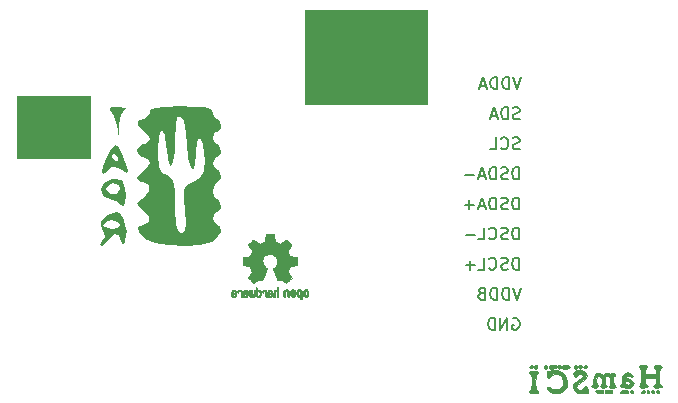
<source format=gbr>
%TF.GenerationSoftware,KiCad,Pcbnew,7.0.8-7.0.8~ubuntu22.04.1*%
%TF.CreationDate,2023-10-19T14:38:34-05:00*%
%TF.ProjectId,rm3100Remote,726d3331-3030-4526-956d-6f74652e6b69,0.0.5*%
%TF.SameCoordinates,Original*%
%TF.FileFunction,Legend,Bot*%
%TF.FilePolarity,Positive*%
%FSLAX46Y46*%
G04 Gerber Fmt 4.6, Leading zero omitted, Abs format (unit mm)*
G04 Created by KiCad (PCBNEW 7.0.8-7.0.8~ubuntu22.04.1) date 2023-10-19 14:38:34*
%MOMM*%
%LPD*%
G01*
G04 APERTURE LIST*
%ADD10C,0.100000*%
%ADD11C,0.150000*%
%ADD12C,0.010000*%
%ADD13C,2.500000*%
%ADD14R,1.700000X1.700000*%
%ADD15O,1.700000X1.700000*%
%ADD16C,3.250000*%
%ADD17R,1.500000X1.500000*%
%ADD18C,1.500000*%
%ADD19C,2.300000*%
G04 APERTURE END LIST*
D10*
X-88205200Y60985200D02*
X-94373016Y60985200D01*
X-94388423Y66269600D01*
X-88205200Y66269600D01*
X-88205200Y60985200D01*
G36*
X-88205200Y60985200D02*
G01*
X-94373016Y60985200D01*
X-94388423Y66269600D01*
X-88205200Y66269600D01*
X-88205200Y60985200D01*
G37*
X-59690000Y65582800D02*
X-70002400Y65582800D01*
X-70002400Y73558400D01*
X-59690000Y73558400D01*
X-59690000Y65582800D01*
G36*
X-59690000Y65582800D02*
G01*
X-70002400Y65582800D01*
X-70002400Y73558400D01*
X-59690000Y73558400D01*
X-59690000Y65582800D01*
G37*
D11*
X-51868535Y56669781D02*
X-51868535Y57669781D01*
X-51868535Y57669781D02*
X-52106630Y57669781D01*
X-52106630Y57669781D02*
X-52249487Y57622162D01*
X-52249487Y57622162D02*
X-52344725Y57526924D01*
X-52344725Y57526924D02*
X-52392344Y57431686D01*
X-52392344Y57431686D02*
X-52439963Y57241210D01*
X-52439963Y57241210D02*
X-52439963Y57098353D01*
X-52439963Y57098353D02*
X-52392344Y56907877D01*
X-52392344Y56907877D02*
X-52344725Y56812639D01*
X-52344725Y56812639D02*
X-52249487Y56717400D01*
X-52249487Y56717400D02*
X-52106630Y56669781D01*
X-52106630Y56669781D02*
X-51868535Y56669781D01*
X-52820916Y56717400D02*
X-52963773Y56669781D01*
X-52963773Y56669781D02*
X-53201868Y56669781D01*
X-53201868Y56669781D02*
X-53297106Y56717400D01*
X-53297106Y56717400D02*
X-53344725Y56765020D01*
X-53344725Y56765020D02*
X-53392344Y56860258D01*
X-53392344Y56860258D02*
X-53392344Y56955496D01*
X-53392344Y56955496D02*
X-53344725Y57050734D01*
X-53344725Y57050734D02*
X-53297106Y57098353D01*
X-53297106Y57098353D02*
X-53201868Y57145972D01*
X-53201868Y57145972D02*
X-53011392Y57193591D01*
X-53011392Y57193591D02*
X-52916154Y57241210D01*
X-52916154Y57241210D02*
X-52868535Y57288829D01*
X-52868535Y57288829D02*
X-52820916Y57384067D01*
X-52820916Y57384067D02*
X-52820916Y57479305D01*
X-52820916Y57479305D02*
X-52868535Y57574543D01*
X-52868535Y57574543D02*
X-52916154Y57622162D01*
X-52916154Y57622162D02*
X-53011392Y57669781D01*
X-53011392Y57669781D02*
X-53249487Y57669781D01*
X-53249487Y57669781D02*
X-53392344Y57622162D01*
X-53820916Y56669781D02*
X-53820916Y57669781D01*
X-53820916Y57669781D02*
X-54059011Y57669781D01*
X-54059011Y57669781D02*
X-54201868Y57622162D01*
X-54201868Y57622162D02*
X-54297106Y57526924D01*
X-54297106Y57526924D02*
X-54344725Y57431686D01*
X-54344725Y57431686D02*
X-54392344Y57241210D01*
X-54392344Y57241210D02*
X-54392344Y57098353D01*
X-54392344Y57098353D02*
X-54344725Y56907877D01*
X-54344725Y56907877D02*
X-54297106Y56812639D01*
X-54297106Y56812639D02*
X-54201868Y56717400D01*
X-54201868Y56717400D02*
X-54059011Y56669781D01*
X-54059011Y56669781D02*
X-53820916Y56669781D01*
X-54773297Y56955496D02*
X-55249487Y56955496D01*
X-54678059Y56669781D02*
X-55011392Y57669781D01*
X-55011392Y57669781D02*
X-55344725Y56669781D01*
X-55678059Y57050734D02*
X-56439963Y57050734D01*
X-56059011Y56669781D02*
X-56059011Y57431686D01*
X-51820915Y64356450D02*
X-51963772Y64308831D01*
X-51963772Y64308831D02*
X-52201867Y64308831D01*
X-52201867Y64308831D02*
X-52297105Y64356450D01*
X-52297105Y64356450D02*
X-52344724Y64404070D01*
X-52344724Y64404070D02*
X-52392343Y64499308D01*
X-52392343Y64499308D02*
X-52392343Y64594546D01*
X-52392343Y64594546D02*
X-52344724Y64689784D01*
X-52344724Y64689784D02*
X-52297105Y64737403D01*
X-52297105Y64737403D02*
X-52201867Y64785022D01*
X-52201867Y64785022D02*
X-52011391Y64832641D01*
X-52011391Y64832641D02*
X-51916153Y64880260D01*
X-51916153Y64880260D02*
X-51868534Y64927879D01*
X-51868534Y64927879D02*
X-51820915Y65023117D01*
X-51820915Y65023117D02*
X-51820915Y65118355D01*
X-51820915Y65118355D02*
X-51868534Y65213593D01*
X-51868534Y65213593D02*
X-51916153Y65261212D01*
X-51916153Y65261212D02*
X-52011391Y65308831D01*
X-52011391Y65308831D02*
X-52249486Y65308831D01*
X-52249486Y65308831D02*
X-52392343Y65261212D01*
X-52820915Y64308831D02*
X-52820915Y65308831D01*
X-52820915Y65308831D02*
X-53059010Y65308831D01*
X-53059010Y65308831D02*
X-53201867Y65261212D01*
X-53201867Y65261212D02*
X-53297105Y65165974D01*
X-53297105Y65165974D02*
X-53344724Y65070736D01*
X-53344724Y65070736D02*
X-53392343Y64880260D01*
X-53392343Y64880260D02*
X-53392343Y64737403D01*
X-53392343Y64737403D02*
X-53344724Y64546927D01*
X-53344724Y64546927D02*
X-53297105Y64451689D01*
X-53297105Y64451689D02*
X-53201867Y64356450D01*
X-53201867Y64356450D02*
X-53059010Y64308831D01*
X-53059010Y64308831D02*
X-52820915Y64308831D01*
X-53773296Y64594546D02*
X-54249486Y64594546D01*
X-53678058Y64308831D02*
X-54011391Y65308831D01*
X-54011391Y65308831D02*
X-54344724Y64308831D01*
X-51820916Y61810100D02*
X-51963773Y61762481D01*
X-51963773Y61762481D02*
X-52201868Y61762481D01*
X-52201868Y61762481D02*
X-52297106Y61810100D01*
X-52297106Y61810100D02*
X-52344725Y61857720D01*
X-52344725Y61857720D02*
X-52392344Y61952958D01*
X-52392344Y61952958D02*
X-52392344Y62048196D01*
X-52392344Y62048196D02*
X-52344725Y62143434D01*
X-52344725Y62143434D02*
X-52297106Y62191053D01*
X-52297106Y62191053D02*
X-52201868Y62238672D01*
X-52201868Y62238672D02*
X-52011392Y62286291D01*
X-52011392Y62286291D02*
X-51916154Y62333910D01*
X-51916154Y62333910D02*
X-51868535Y62381529D01*
X-51868535Y62381529D02*
X-51820916Y62476767D01*
X-51820916Y62476767D02*
X-51820916Y62572005D01*
X-51820916Y62572005D02*
X-51868535Y62667243D01*
X-51868535Y62667243D02*
X-51916154Y62714862D01*
X-51916154Y62714862D02*
X-52011392Y62762481D01*
X-52011392Y62762481D02*
X-52249487Y62762481D01*
X-52249487Y62762481D02*
X-52392344Y62714862D01*
X-53392344Y61857720D02*
X-53344725Y61810100D01*
X-53344725Y61810100D02*
X-53201868Y61762481D01*
X-53201868Y61762481D02*
X-53106630Y61762481D01*
X-53106630Y61762481D02*
X-52963773Y61810100D01*
X-52963773Y61810100D02*
X-52868535Y61905339D01*
X-52868535Y61905339D02*
X-52820916Y62000577D01*
X-52820916Y62000577D02*
X-52773297Y62191053D01*
X-52773297Y62191053D02*
X-52773297Y62333910D01*
X-52773297Y62333910D02*
X-52820916Y62524386D01*
X-52820916Y62524386D02*
X-52868535Y62619624D01*
X-52868535Y62619624D02*
X-52963773Y62714862D01*
X-52963773Y62714862D02*
X-53106630Y62762481D01*
X-53106630Y62762481D02*
X-53201868Y62762481D01*
X-53201868Y62762481D02*
X-53344725Y62714862D01*
X-53344725Y62714862D02*
X-53392344Y62667243D01*
X-54297106Y61762481D02*
X-53820916Y61762481D01*
X-53820916Y61762481D02*
X-53820916Y62762481D01*
X-51868534Y54123431D02*
X-51868534Y55123431D01*
X-51868534Y55123431D02*
X-52106629Y55123431D01*
X-52106629Y55123431D02*
X-52249486Y55075812D01*
X-52249486Y55075812D02*
X-52344724Y54980574D01*
X-52344724Y54980574D02*
X-52392343Y54885336D01*
X-52392343Y54885336D02*
X-52439962Y54694860D01*
X-52439962Y54694860D02*
X-52439962Y54552003D01*
X-52439962Y54552003D02*
X-52392343Y54361527D01*
X-52392343Y54361527D02*
X-52344724Y54266289D01*
X-52344724Y54266289D02*
X-52249486Y54171050D01*
X-52249486Y54171050D02*
X-52106629Y54123431D01*
X-52106629Y54123431D02*
X-51868534Y54123431D01*
X-52820915Y54171050D02*
X-52963772Y54123431D01*
X-52963772Y54123431D02*
X-53201867Y54123431D01*
X-53201867Y54123431D02*
X-53297105Y54171050D01*
X-53297105Y54171050D02*
X-53344724Y54218670D01*
X-53344724Y54218670D02*
X-53392343Y54313908D01*
X-53392343Y54313908D02*
X-53392343Y54409146D01*
X-53392343Y54409146D02*
X-53344724Y54504384D01*
X-53344724Y54504384D02*
X-53297105Y54552003D01*
X-53297105Y54552003D02*
X-53201867Y54599622D01*
X-53201867Y54599622D02*
X-53011391Y54647241D01*
X-53011391Y54647241D02*
X-52916153Y54694860D01*
X-52916153Y54694860D02*
X-52868534Y54742479D01*
X-52868534Y54742479D02*
X-52820915Y54837717D01*
X-52820915Y54837717D02*
X-52820915Y54932955D01*
X-52820915Y54932955D02*
X-52868534Y55028193D01*
X-52868534Y55028193D02*
X-52916153Y55075812D01*
X-52916153Y55075812D02*
X-53011391Y55123431D01*
X-53011391Y55123431D02*
X-53249486Y55123431D01*
X-53249486Y55123431D02*
X-53392343Y55075812D01*
X-54392343Y54218670D02*
X-54344724Y54171050D01*
X-54344724Y54171050D02*
X-54201867Y54123431D01*
X-54201867Y54123431D02*
X-54106629Y54123431D01*
X-54106629Y54123431D02*
X-53963772Y54171050D01*
X-53963772Y54171050D02*
X-53868534Y54266289D01*
X-53868534Y54266289D02*
X-53820915Y54361527D01*
X-53820915Y54361527D02*
X-53773296Y54552003D01*
X-53773296Y54552003D02*
X-53773296Y54694860D01*
X-53773296Y54694860D02*
X-53820915Y54885336D01*
X-53820915Y54885336D02*
X-53868534Y54980574D01*
X-53868534Y54980574D02*
X-53963772Y55075812D01*
X-53963772Y55075812D02*
X-54106629Y55123431D01*
X-54106629Y55123431D02*
X-54201867Y55123431D01*
X-54201867Y55123431D02*
X-54344724Y55075812D01*
X-54344724Y55075812D02*
X-54392343Y55028193D01*
X-55297105Y54123431D02*
X-54820915Y54123431D01*
X-54820915Y54123431D02*
X-54820915Y55123431D01*
X-55630439Y54504384D02*
X-56392343Y54504384D01*
X-51868534Y51577081D02*
X-51868534Y52577081D01*
X-51868534Y52577081D02*
X-52106629Y52577081D01*
X-52106629Y52577081D02*
X-52249486Y52529462D01*
X-52249486Y52529462D02*
X-52344724Y52434224D01*
X-52344724Y52434224D02*
X-52392343Y52338986D01*
X-52392343Y52338986D02*
X-52439962Y52148510D01*
X-52439962Y52148510D02*
X-52439962Y52005653D01*
X-52439962Y52005653D02*
X-52392343Y51815177D01*
X-52392343Y51815177D02*
X-52344724Y51719939D01*
X-52344724Y51719939D02*
X-52249486Y51624700D01*
X-52249486Y51624700D02*
X-52106629Y51577081D01*
X-52106629Y51577081D02*
X-51868534Y51577081D01*
X-52820915Y51624700D02*
X-52963772Y51577081D01*
X-52963772Y51577081D02*
X-53201867Y51577081D01*
X-53201867Y51577081D02*
X-53297105Y51624700D01*
X-53297105Y51624700D02*
X-53344724Y51672320D01*
X-53344724Y51672320D02*
X-53392343Y51767558D01*
X-53392343Y51767558D02*
X-53392343Y51862796D01*
X-53392343Y51862796D02*
X-53344724Y51958034D01*
X-53344724Y51958034D02*
X-53297105Y52005653D01*
X-53297105Y52005653D02*
X-53201867Y52053272D01*
X-53201867Y52053272D02*
X-53011391Y52100891D01*
X-53011391Y52100891D02*
X-52916153Y52148510D01*
X-52916153Y52148510D02*
X-52868534Y52196129D01*
X-52868534Y52196129D02*
X-52820915Y52291367D01*
X-52820915Y52291367D02*
X-52820915Y52386605D01*
X-52820915Y52386605D02*
X-52868534Y52481843D01*
X-52868534Y52481843D02*
X-52916153Y52529462D01*
X-52916153Y52529462D02*
X-53011391Y52577081D01*
X-53011391Y52577081D02*
X-53249486Y52577081D01*
X-53249486Y52577081D02*
X-53392343Y52529462D01*
X-54392343Y51672320D02*
X-54344724Y51624700D01*
X-54344724Y51624700D02*
X-54201867Y51577081D01*
X-54201867Y51577081D02*
X-54106629Y51577081D01*
X-54106629Y51577081D02*
X-53963772Y51624700D01*
X-53963772Y51624700D02*
X-53868534Y51719939D01*
X-53868534Y51719939D02*
X-53820915Y51815177D01*
X-53820915Y51815177D02*
X-53773296Y52005653D01*
X-53773296Y52005653D02*
X-53773296Y52148510D01*
X-53773296Y52148510D02*
X-53820915Y52338986D01*
X-53820915Y52338986D02*
X-53868534Y52434224D01*
X-53868534Y52434224D02*
X-53963772Y52529462D01*
X-53963772Y52529462D02*
X-54106629Y52577081D01*
X-54106629Y52577081D02*
X-54201867Y52577081D01*
X-54201867Y52577081D02*
X-54344724Y52529462D01*
X-54344724Y52529462D02*
X-54392343Y52481843D01*
X-55297105Y51577081D02*
X-54820915Y51577081D01*
X-54820915Y51577081D02*
X-54820915Y52577081D01*
X-55630439Y51958034D02*
X-56392343Y51958034D01*
X-56011391Y51577081D02*
X-56011391Y52338986D01*
X-51725678Y50030731D02*
X-52059011Y49030731D01*
X-52059011Y49030731D02*
X-52392344Y50030731D01*
X-52725678Y49030731D02*
X-52725678Y50030731D01*
X-52725678Y50030731D02*
X-52963773Y50030731D01*
X-52963773Y50030731D02*
X-53106630Y49983112D01*
X-53106630Y49983112D02*
X-53201868Y49887874D01*
X-53201868Y49887874D02*
X-53249487Y49792636D01*
X-53249487Y49792636D02*
X-53297106Y49602160D01*
X-53297106Y49602160D02*
X-53297106Y49459303D01*
X-53297106Y49459303D02*
X-53249487Y49268827D01*
X-53249487Y49268827D02*
X-53201868Y49173589D01*
X-53201868Y49173589D02*
X-53106630Y49078350D01*
X-53106630Y49078350D02*
X-52963773Y49030731D01*
X-52963773Y49030731D02*
X-52725678Y49030731D01*
X-53725678Y49030731D02*
X-53725678Y50030731D01*
X-53725678Y50030731D02*
X-53963773Y50030731D01*
X-53963773Y50030731D02*
X-54106630Y49983112D01*
X-54106630Y49983112D02*
X-54201868Y49887874D01*
X-54201868Y49887874D02*
X-54249487Y49792636D01*
X-54249487Y49792636D02*
X-54297106Y49602160D01*
X-54297106Y49602160D02*
X-54297106Y49459303D01*
X-54297106Y49459303D02*
X-54249487Y49268827D01*
X-54249487Y49268827D02*
X-54201868Y49173589D01*
X-54201868Y49173589D02*
X-54106630Y49078350D01*
X-54106630Y49078350D02*
X-53963773Y49030731D01*
X-53963773Y49030731D02*
X-53725678Y49030731D01*
X-55059011Y49554541D02*
X-55201868Y49506922D01*
X-55201868Y49506922D02*
X-55249487Y49459303D01*
X-55249487Y49459303D02*
X-55297106Y49364065D01*
X-55297106Y49364065D02*
X-55297106Y49221208D01*
X-55297106Y49221208D02*
X-55249487Y49125970D01*
X-55249487Y49125970D02*
X-55201868Y49078350D01*
X-55201868Y49078350D02*
X-55106630Y49030731D01*
X-55106630Y49030731D02*
X-54725678Y49030731D01*
X-54725678Y49030731D02*
X-54725678Y50030731D01*
X-54725678Y50030731D02*
X-55059011Y50030731D01*
X-55059011Y50030731D02*
X-55154249Y49983112D01*
X-55154249Y49983112D02*
X-55201868Y49935493D01*
X-55201868Y49935493D02*
X-55249487Y49840255D01*
X-55249487Y49840255D02*
X-55249487Y49745017D01*
X-55249487Y49745017D02*
X-55201868Y49649779D01*
X-55201868Y49649779D02*
X-55154249Y49602160D01*
X-55154249Y49602160D02*
X-55059011Y49554541D01*
X-55059011Y49554541D02*
X-54725678Y49554541D01*
X-51868535Y59216131D02*
X-51868535Y60216131D01*
X-51868535Y60216131D02*
X-52106630Y60216131D01*
X-52106630Y60216131D02*
X-52249487Y60168512D01*
X-52249487Y60168512D02*
X-52344725Y60073274D01*
X-52344725Y60073274D02*
X-52392344Y59978036D01*
X-52392344Y59978036D02*
X-52439963Y59787560D01*
X-52439963Y59787560D02*
X-52439963Y59644703D01*
X-52439963Y59644703D02*
X-52392344Y59454227D01*
X-52392344Y59454227D02*
X-52344725Y59358989D01*
X-52344725Y59358989D02*
X-52249487Y59263750D01*
X-52249487Y59263750D02*
X-52106630Y59216131D01*
X-52106630Y59216131D02*
X-51868535Y59216131D01*
X-52820916Y59263750D02*
X-52963773Y59216131D01*
X-52963773Y59216131D02*
X-53201868Y59216131D01*
X-53201868Y59216131D02*
X-53297106Y59263750D01*
X-53297106Y59263750D02*
X-53344725Y59311370D01*
X-53344725Y59311370D02*
X-53392344Y59406608D01*
X-53392344Y59406608D02*
X-53392344Y59501846D01*
X-53392344Y59501846D02*
X-53344725Y59597084D01*
X-53344725Y59597084D02*
X-53297106Y59644703D01*
X-53297106Y59644703D02*
X-53201868Y59692322D01*
X-53201868Y59692322D02*
X-53011392Y59739941D01*
X-53011392Y59739941D02*
X-52916154Y59787560D01*
X-52916154Y59787560D02*
X-52868535Y59835179D01*
X-52868535Y59835179D02*
X-52820916Y59930417D01*
X-52820916Y59930417D02*
X-52820916Y60025655D01*
X-52820916Y60025655D02*
X-52868535Y60120893D01*
X-52868535Y60120893D02*
X-52916154Y60168512D01*
X-52916154Y60168512D02*
X-53011392Y60216131D01*
X-53011392Y60216131D02*
X-53249487Y60216131D01*
X-53249487Y60216131D02*
X-53392344Y60168512D01*
X-53820916Y59216131D02*
X-53820916Y60216131D01*
X-53820916Y60216131D02*
X-54059011Y60216131D01*
X-54059011Y60216131D02*
X-54201868Y60168512D01*
X-54201868Y60168512D02*
X-54297106Y60073274D01*
X-54297106Y60073274D02*
X-54344725Y59978036D01*
X-54344725Y59978036D02*
X-54392344Y59787560D01*
X-54392344Y59787560D02*
X-54392344Y59644703D01*
X-54392344Y59644703D02*
X-54344725Y59454227D01*
X-54344725Y59454227D02*
X-54297106Y59358989D01*
X-54297106Y59358989D02*
X-54201868Y59263750D01*
X-54201868Y59263750D02*
X-54059011Y59216131D01*
X-54059011Y59216131D02*
X-53820916Y59216131D01*
X-54773297Y59501846D02*
X-55249487Y59501846D01*
X-54678059Y59216131D02*
X-55011392Y60216131D01*
X-55011392Y60216131D02*
X-55344725Y59216131D01*
X-55678059Y59597084D02*
X-56439963Y59597084D01*
X-51725677Y67855181D02*
X-52059010Y66855181D01*
X-52059010Y66855181D02*
X-52392343Y67855181D01*
X-52725677Y66855181D02*
X-52725677Y67855181D01*
X-52725677Y67855181D02*
X-52963772Y67855181D01*
X-52963772Y67855181D02*
X-53106629Y67807562D01*
X-53106629Y67807562D02*
X-53201867Y67712324D01*
X-53201867Y67712324D02*
X-53249486Y67617086D01*
X-53249486Y67617086D02*
X-53297105Y67426610D01*
X-53297105Y67426610D02*
X-53297105Y67283753D01*
X-53297105Y67283753D02*
X-53249486Y67093277D01*
X-53249486Y67093277D02*
X-53201867Y66998039D01*
X-53201867Y66998039D02*
X-53106629Y66902800D01*
X-53106629Y66902800D02*
X-52963772Y66855181D01*
X-52963772Y66855181D02*
X-52725677Y66855181D01*
X-53725677Y66855181D02*
X-53725677Y67855181D01*
X-53725677Y67855181D02*
X-53963772Y67855181D01*
X-53963772Y67855181D02*
X-54106629Y67807562D01*
X-54106629Y67807562D02*
X-54201867Y67712324D01*
X-54201867Y67712324D02*
X-54249486Y67617086D01*
X-54249486Y67617086D02*
X-54297105Y67426610D01*
X-54297105Y67426610D02*
X-54297105Y67283753D01*
X-54297105Y67283753D02*
X-54249486Y67093277D01*
X-54249486Y67093277D02*
X-54201867Y66998039D01*
X-54201867Y66998039D02*
X-54106629Y66902800D01*
X-54106629Y66902800D02*
X-53963772Y66855181D01*
X-53963772Y66855181D02*
X-53725677Y66855181D01*
X-54678058Y67140896D02*
X-55154248Y67140896D01*
X-54582820Y66855181D02*
X-54916153Y67855181D01*
X-54916153Y67855181D02*
X-55249486Y66855181D01*
X-52392344Y47436762D02*
X-52297106Y47484381D01*
X-52297106Y47484381D02*
X-52154249Y47484381D01*
X-52154249Y47484381D02*
X-52011392Y47436762D01*
X-52011392Y47436762D02*
X-51916154Y47341524D01*
X-51916154Y47341524D02*
X-51868535Y47246286D01*
X-51868535Y47246286D02*
X-51820916Y47055810D01*
X-51820916Y47055810D02*
X-51820916Y46912953D01*
X-51820916Y46912953D02*
X-51868535Y46722477D01*
X-51868535Y46722477D02*
X-51916154Y46627239D01*
X-51916154Y46627239D02*
X-52011392Y46532000D01*
X-52011392Y46532000D02*
X-52154249Y46484381D01*
X-52154249Y46484381D02*
X-52249487Y46484381D01*
X-52249487Y46484381D02*
X-52392344Y46532000D01*
X-52392344Y46532000D02*
X-52439963Y46579620D01*
X-52439963Y46579620D02*
X-52439963Y46912953D01*
X-52439963Y46912953D02*
X-52249487Y46912953D01*
X-52868535Y46484381D02*
X-52868535Y47484381D01*
X-52868535Y47484381D02*
X-53439963Y46484381D01*
X-53439963Y46484381D02*
X-53439963Y47484381D01*
X-53916154Y46484381D02*
X-53916154Y47484381D01*
X-53916154Y47484381D02*
X-54154249Y47484381D01*
X-54154249Y47484381D02*
X-54297106Y47436762D01*
X-54297106Y47436762D02*
X-54392344Y47341524D01*
X-54392344Y47341524D02*
X-54439963Y47246286D01*
X-54439963Y47246286D02*
X-54487582Y47055810D01*
X-54487582Y47055810D02*
X-54487582Y46912953D01*
X-54487582Y46912953D02*
X-54439963Y46722477D01*
X-54439963Y46722477D02*
X-54392344Y46627239D01*
X-54392344Y46627239D02*
X-54297106Y46532000D01*
X-54297106Y46532000D02*
X-54154249Y46484381D01*
X-54154249Y46484381D02*
X-53916154Y46484381D01*
%TO.C,G\u002A\u002A\u002A*%
D12*
X-40837155Y41218719D02*
X-40841808Y41151585D01*
X-40943524Y41093904D01*
X-41017442Y41115030D01*
X-41048791Y41234569D01*
X-40998529Y41336404D01*
X-40906712Y41342184D01*
X-40837155Y41218719D01*
G36*
X-40837155Y41218719D02*
G01*
X-40841808Y41151585D01*
X-40943524Y41093904D01*
X-41017442Y41115030D01*
X-41048791Y41234569D01*
X-40998529Y41336404D01*
X-40906712Y41342184D01*
X-40837155Y41218719D01*
G37*
X-40435257Y41218719D02*
X-40439909Y41151585D01*
X-40541625Y41093904D01*
X-40615543Y41115030D01*
X-40646893Y41234569D01*
X-40596630Y41336404D01*
X-40504814Y41342184D01*
X-40435257Y41218719D01*
G36*
X-40435257Y41218719D02*
G01*
X-40439909Y41151585D01*
X-40541625Y41093904D01*
X-40615543Y41115030D01*
X-40646893Y41234569D01*
X-40596630Y41336404D01*
X-40504814Y41342184D01*
X-40435257Y41218719D01*
G37*
X-40033358Y41218719D02*
X-40038010Y41151585D01*
X-40139726Y41093904D01*
X-40213644Y41115030D01*
X-40244994Y41234569D01*
X-40194731Y41336404D01*
X-40102915Y41342184D01*
X-40033358Y41218719D01*
G36*
X-40033358Y41218719D02*
G01*
X-40038010Y41151585D01*
X-40139726Y41093904D01*
X-40213644Y41115030D01*
X-40244994Y41234569D01*
X-40194731Y41336404D01*
X-40102915Y41342184D01*
X-40033358Y41218719D01*
G37*
X-50752094Y43469481D02*
X-50706861Y43364296D01*
X-50764924Y43235689D01*
X-50819978Y43203269D01*
X-50935348Y43230489D01*
X-50990992Y43350135D01*
X-50969906Y43413400D01*
X-50850328Y43489995D01*
X-50752094Y43469481D01*
G36*
X-50752094Y43469481D02*
G01*
X-50706861Y43364296D01*
X-50764924Y43235689D01*
X-50819978Y43203269D01*
X-50935348Y43230489D01*
X-50990992Y43350135D01*
X-50969906Y43413400D01*
X-50850328Y43489995D01*
X-50752094Y43469481D01*
G37*
X-50324658Y43456253D02*
X-50335502Y43307814D01*
X-50379994Y43229625D01*
X-50485506Y43193461D01*
X-50579139Y43307390D01*
X-50587581Y43376478D01*
X-50503892Y43478079D01*
X-50428858Y43497875D01*
X-50324658Y43456253D01*
G36*
X-50324658Y43456253D02*
G01*
X-50335502Y43307814D01*
X-50379994Y43229625D01*
X-50485506Y43193461D01*
X-50579139Y43307390D01*
X-50587581Y43376478D01*
X-50503892Y43478079D01*
X-50428858Y43497875D01*
X-50324658Y43456253D01*
G37*
X-49548978Y43478079D02*
X-49492498Y43438200D01*
X-49473732Y43307390D01*
X-49518185Y43229355D01*
X-49623678Y43193559D01*
X-49717369Y43307814D01*
X-49737366Y43383259D01*
X-49696483Y43488336D01*
X-49548978Y43478079D01*
G36*
X-49548978Y43478079D02*
G01*
X-49492498Y43438200D01*
X-49473732Y43307390D01*
X-49518185Y43229355D01*
X-49623678Y43193559D01*
X-49717369Y43307814D01*
X-49737366Y43383259D01*
X-49696483Y43488336D01*
X-49548978Y43478079D01*
G37*
X-46609188Y43460581D02*
X-46563955Y43355396D01*
X-46622018Y43226789D01*
X-46677072Y43194369D01*
X-46792442Y43221589D01*
X-46848086Y43341235D01*
X-46827000Y43404500D01*
X-46707422Y43481095D01*
X-46609188Y43460581D01*
G36*
X-46609188Y43460581D02*
G01*
X-46563955Y43355396D01*
X-46622018Y43226789D01*
X-46677072Y43194369D01*
X-46792442Y43221589D01*
X-46848086Y43341235D01*
X-46827000Y43404500D01*
X-46707422Y43481095D01*
X-46609188Y43460581D01*
G37*
X-46170448Y43469481D02*
X-46125215Y43364296D01*
X-46183279Y43235689D01*
X-46238333Y43203269D01*
X-46353703Y43230489D01*
X-46409347Y43350135D01*
X-46388260Y43413400D01*
X-46268682Y43489995D01*
X-46170448Y43469481D01*
G36*
X-46170448Y43469481D02*
G01*
X-46125215Y43364296D01*
X-46183279Y43235689D01*
X-46238333Y43203269D01*
X-46353703Y43230489D01*
X-46409347Y43350135D01*
X-46388260Y43413400D01*
X-46268682Y43489995D01*
X-46170448Y43469481D01*
G37*
X-42274661Y41342597D02*
X-42203306Y41227269D01*
X-42210723Y41124393D01*
X-42322775Y41107800D01*
X-42403584Y41142885D01*
X-42470739Y41255764D01*
X-42462587Y41306220D01*
X-42383576Y41371310D01*
X-42274661Y41342597D01*
G36*
X-42274661Y41342597D02*
G01*
X-42203306Y41227269D01*
X-42210723Y41124393D01*
X-42322775Y41107800D01*
X-42403584Y41142885D01*
X-42470739Y41255764D01*
X-42462587Y41306220D01*
X-42383576Y41371310D01*
X-42274661Y41342597D01*
G37*
X-48324742Y43393746D02*
X-48334132Y43271161D01*
X-48355940Y43242329D01*
X-48459030Y43183778D01*
X-48534859Y43209204D01*
X-48593485Y43321246D01*
X-48548482Y43447996D01*
X-48526433Y43466059D01*
X-48409786Y43475990D01*
X-48324742Y43393746D01*
G36*
X-48324742Y43393746D02*
G01*
X-48334132Y43271161D01*
X-48355940Y43242329D01*
X-48459030Y43183778D01*
X-48534859Y43209204D01*
X-48593485Y43321246D01*
X-48548482Y43447996D01*
X-48526433Y43466059D01*
X-48409786Y43475990D01*
X-48324742Y43393746D01*
G37*
X-46958286Y43393746D02*
X-46967676Y43271161D01*
X-46989484Y43242329D01*
X-47092574Y43183778D01*
X-47168403Y43209204D01*
X-47227030Y43321246D01*
X-47182026Y43447996D01*
X-47159977Y43466059D01*
X-47043330Y43475990D01*
X-46958286Y43393746D01*
G36*
X-46958286Y43393746D02*
G01*
X-46967676Y43271161D01*
X-46989484Y43242329D01*
X-47092574Y43183778D01*
X-47168403Y43209204D01*
X-47227030Y43321246D01*
X-47182026Y43447996D01*
X-47159977Y43466059D01*
X-47043330Y43475990D01*
X-46958286Y43393746D01*
G37*
X-41267963Y41342719D02*
X-41224853Y41209730D01*
X-41252270Y41137569D01*
X-41364757Y41093516D01*
X-41492088Y41146793D01*
X-41504918Y41166743D01*
X-41482831Y41267880D01*
X-41393404Y41358046D01*
X-41296125Y41369604D01*
X-41267963Y41342719D01*
G36*
X-41267963Y41342719D02*
G01*
X-41224853Y41209730D01*
X-41252270Y41137569D01*
X-41364757Y41093516D01*
X-41492088Y41146793D01*
X-41504918Y41166743D01*
X-41482831Y41267880D01*
X-41393404Y41358046D01*
X-41296125Y41369604D01*
X-41267963Y41342719D01*
G37*
X-47710792Y43496195D02*
X-47601815Y43449712D01*
X-47574853Y43344537D01*
X-47593056Y43251747D01*
X-47686023Y43197259D01*
X-47896372Y43183778D01*
X-48081952Y43192879D01*
X-48190929Y43239362D01*
X-48217891Y43344537D01*
X-48199688Y43437327D01*
X-48106721Y43491815D01*
X-47896372Y43505296D01*
X-47710792Y43496195D01*
G36*
X-47710792Y43496195D02*
G01*
X-47601815Y43449712D01*
X-47574853Y43344537D01*
X-47593056Y43251747D01*
X-47686023Y43197259D01*
X-47896372Y43183778D01*
X-48081952Y43192879D01*
X-48190929Y43239362D01*
X-48217891Y43344537D01*
X-48199688Y43437327D01*
X-48106721Y43491815D01*
X-47896372Y43505296D01*
X-47710792Y43496195D01*
G37*
X-44093703Y41406321D02*
X-43984727Y41359838D01*
X-43957764Y41254664D01*
X-43975968Y41161874D01*
X-44068934Y41107385D01*
X-44279283Y41093904D01*
X-44464863Y41103006D01*
X-44573840Y41149489D01*
X-44600802Y41254664D01*
X-44582599Y41347454D01*
X-44489633Y41401942D01*
X-44279283Y41415423D01*
X-44093703Y41406321D01*
G36*
X-44093703Y41406321D02*
G01*
X-43984727Y41359838D01*
X-43957764Y41254664D01*
X-43975968Y41161874D01*
X-44068934Y41107385D01*
X-44279283Y41093904D01*
X-44464863Y41103006D01*
X-44573840Y41149489D01*
X-44600802Y41254664D01*
X-44582599Y41347454D01*
X-44489633Y41401942D01*
X-44279283Y41415423D01*
X-44093703Y41406321D01*
G37*
X-48973081Y43504240D02*
X-48765937Y43461558D01*
X-48687757Y43367528D01*
X-48753756Y43237364D01*
X-48757386Y43234200D01*
X-48876663Y43198483D01*
X-49075275Y43183778D01*
X-49181469Y43187765D01*
X-49309854Y43231605D01*
X-49343207Y43344537D01*
X-49325004Y43437327D01*
X-49232038Y43491815D01*
X-49021688Y43505296D01*
X-48973081Y43504240D01*
G36*
X-48973081Y43504240D02*
G01*
X-48765937Y43461558D01*
X-48687757Y43367528D01*
X-48753756Y43237364D01*
X-48757386Y43234200D01*
X-48876663Y43198483D01*
X-49075275Y43183778D01*
X-49181469Y43187765D01*
X-49309854Y43231605D01*
X-49343207Y43344537D01*
X-49325004Y43437327D01*
X-49232038Y43491815D01*
X-49021688Y43505296D01*
X-48973081Y43504240D01*
G37*
X-42696326Y41334973D02*
X-42606611Y41234569D01*
X-42604733Y41223873D01*
X-42620190Y41142007D01*
X-42724390Y41103515D01*
X-42953017Y41093904D01*
X-42981404Y41093973D01*
X-43196511Y41105732D01*
X-43290622Y41147767D01*
X-43299424Y41234569D01*
X-43240047Y41316879D01*
X-43076603Y41376129D01*
X-42874176Y41382160D01*
X-42696326Y41334973D01*
G36*
X-42696326Y41334973D02*
G01*
X-42606611Y41234569D01*
X-42604733Y41223873D01*
X-42620190Y41142007D01*
X-42724390Y41103515D01*
X-42953017Y41093904D01*
X-42981404Y41093973D01*
X-43196511Y41105732D01*
X-43290622Y41147767D01*
X-43299424Y41234569D01*
X-43240047Y41316879D01*
X-43076603Y41376129D01*
X-42874176Y41382160D01*
X-42696326Y41334973D01*
G37*
X-44780717Y41360567D02*
X-44761562Y41254664D01*
X-44761841Y41234546D01*
X-44788110Y41138949D01*
X-44887582Y41103311D01*
X-45103176Y41109377D01*
X-45184725Y41116919D01*
X-45382651Y41165893D01*
X-45444790Y41254664D01*
X-45440140Y41283782D01*
X-45341953Y41360742D01*
X-45103176Y41399950D01*
X-45062709Y41402739D01*
X-44866793Y41403841D01*
X-44780717Y41360567D01*
G36*
X-44780717Y41360567D02*
G01*
X-44761562Y41254664D01*
X-44761841Y41234546D01*
X-44788110Y41138949D01*
X-44887582Y41103311D01*
X-45103176Y41109377D01*
X-45184725Y41116919D01*
X-45382651Y41165893D01*
X-45444790Y41254664D01*
X-45440140Y41283782D01*
X-45341953Y41360742D01*
X-45103176Y41399950D01*
X-45062709Y41402739D01*
X-44866793Y41403841D01*
X-44780717Y41360567D01*
G37*
X-50477441Y43013098D02*
X-50298438Y42954681D01*
X-50245393Y42858325D01*
X-50335674Y42740729D01*
X-50400821Y42631350D01*
X-50449882Y42416211D01*
X-50476299Y42142802D01*
X-50479695Y41854551D01*
X-50459689Y41594889D01*
X-50415902Y41407243D01*
X-50347954Y41335043D01*
X-50313431Y41332348D01*
X-50229770Y41265140D01*
X-50280971Y41147491D01*
X-50305914Y41133926D01*
X-50457312Y41105305D01*
X-50682870Y41093904D01*
X-50775434Y41095820D01*
X-50970119Y41128489D01*
X-51031182Y41205874D01*
X-51017439Y41262906D01*
X-50910612Y41364111D01*
X-50874473Y41395180D01*
X-50816193Y41555951D01*
X-50785020Y41805550D01*
X-50780527Y42096402D01*
X-50802291Y42380933D01*
X-50849888Y42611566D01*
X-50922892Y42740729D01*
X-50992961Y42809429D01*
X-50999366Y42916957D01*
X-50872350Y42993720D01*
X-50629283Y43023018D01*
X-50477441Y43013098D01*
G36*
X-50477441Y43013098D02*
G01*
X-50298438Y42954681D01*
X-50245393Y42858325D01*
X-50335674Y42740729D01*
X-50400821Y42631350D01*
X-50449882Y42416211D01*
X-50476299Y42142802D01*
X-50479695Y41854551D01*
X-50459689Y41594889D01*
X-50415902Y41407243D01*
X-50347954Y41335043D01*
X-50313431Y41332348D01*
X-50229770Y41265140D01*
X-50280971Y41147491D01*
X-50305914Y41133926D01*
X-50457312Y41105305D01*
X-50682870Y41093904D01*
X-50775434Y41095820D01*
X-50970119Y41128489D01*
X-51031182Y41205874D01*
X-51017439Y41262906D01*
X-50910612Y41364111D01*
X-50874473Y41395180D01*
X-50816193Y41555951D01*
X-50785020Y41805550D01*
X-50780527Y42096402D01*
X-50802291Y42380933D01*
X-50849888Y42611566D01*
X-50922892Y42740729D01*
X-50992961Y42809429D01*
X-50999366Y42916957D01*
X-50872350Y42993720D01*
X-50629283Y43023018D01*
X-50477441Y43013098D01*
G37*
X-48370694Y42967954D02*
X-48070916Y42761034D01*
X-47881821Y42448260D01*
X-47815992Y42039583D01*
X-47816162Y42000539D01*
X-47837541Y41747192D01*
X-47917678Y41562903D01*
X-48089283Y41367195D01*
X-48255150Y41218736D01*
X-48451253Y41119348D01*
X-48696123Y41093904D01*
X-48954285Y41117949D01*
X-49234034Y41205289D01*
X-49430076Y41338336D01*
X-49503967Y41497867D01*
X-49466959Y41620239D01*
X-49343216Y41640909D01*
X-49146990Y41533436D01*
X-49076819Y41489708D01*
X-48808621Y41420150D01*
X-48524501Y41450214D01*
X-48298271Y41576183D01*
X-48294037Y41580474D01*
X-48160404Y41818846D01*
X-48127119Y42112483D01*
X-48191109Y42398818D01*
X-48349300Y42615285D01*
X-48629112Y42759861D01*
X-48895969Y42746100D01*
X-49141975Y42573639D01*
X-49234485Y42485404D01*
X-49382033Y42419140D01*
X-49472942Y42502900D01*
X-49503967Y42735237D01*
X-49498667Y42871868D01*
X-49455541Y42966373D01*
X-49333881Y43015152D01*
X-49092995Y43049299D01*
X-48768568Y43059068D01*
X-48370694Y42967954D01*
G36*
X-48370694Y42967954D02*
G01*
X-48070916Y42761034D01*
X-47881821Y42448260D01*
X-47815992Y42039583D01*
X-47816162Y42000539D01*
X-47837541Y41747192D01*
X-47917678Y41562903D01*
X-48089283Y41367195D01*
X-48255150Y41218736D01*
X-48451253Y41119348D01*
X-48696123Y41093904D01*
X-48954285Y41117949D01*
X-49234034Y41205289D01*
X-49430076Y41338336D01*
X-49503967Y41497867D01*
X-49466959Y41620239D01*
X-49343216Y41640909D01*
X-49146990Y41533436D01*
X-49076819Y41489708D01*
X-48808621Y41420150D01*
X-48524501Y41450214D01*
X-48298271Y41576183D01*
X-48294037Y41580474D01*
X-48160404Y41818846D01*
X-48127119Y42112483D01*
X-48191109Y42398818D01*
X-48349300Y42615285D01*
X-48629112Y42759861D01*
X-48895969Y42746100D01*
X-49141975Y42573639D01*
X-49234485Y42485404D01*
X-49382033Y42419140D01*
X-49472942Y42502900D01*
X-49503967Y42735237D01*
X-49498667Y42871868D01*
X-49455541Y42966373D01*
X-49333881Y43015152D01*
X-49092995Y43049299D01*
X-48768568Y43059068D01*
X-48370694Y42967954D01*
G37*
X-46527594Y43037261D02*
X-46284539Y42927309D01*
X-46159022Y42733710D01*
X-46140028Y42631357D01*
X-46168381Y42409761D01*
X-46319772Y42216938D01*
X-46611942Y42025133D01*
X-46703140Y41973147D01*
X-46934082Y41801092D01*
X-47012195Y41654374D01*
X-46958413Y41500944D01*
X-46808828Y41401847D01*
X-46617165Y41380111D01*
X-46437725Y41440876D01*
X-46324808Y41589286D01*
X-46274620Y41688621D01*
X-46188816Y41712125D01*
X-46110049Y41609754D01*
X-46063517Y41399785D01*
X-46039206Y41115244D01*
X-46475449Y41105187D01*
X-46672631Y41107393D01*
X-46927425Y41152048D01*
X-47122703Y41261110D01*
X-47241518Y41379241D01*
X-47328511Y41604462D01*
X-47264366Y41843353D01*
X-47053355Y42085222D01*
X-46699752Y42319375D01*
X-46515981Y42454508D01*
X-46464599Y42599781D01*
X-46487571Y42665725D01*
X-46608119Y42759574D01*
X-46774840Y42744369D01*
X-46934148Y42618026D01*
X-46983358Y42560732D01*
X-47118520Y42490267D01*
X-47215924Y42565706D01*
X-47253334Y42776039D01*
X-47253060Y42805435D01*
X-47228712Y42938126D01*
X-47133174Y43006282D01*
X-46921768Y43046323D01*
X-46862574Y43053068D01*
X-46527594Y43037261D01*
G36*
X-46527594Y43037261D02*
G01*
X-46284539Y42927309D01*
X-46159022Y42733710D01*
X-46140028Y42631357D01*
X-46168381Y42409761D01*
X-46319772Y42216938D01*
X-46611942Y42025133D01*
X-46703140Y41973147D01*
X-46934082Y41801092D01*
X-47012195Y41654374D01*
X-46958413Y41500944D01*
X-46808828Y41401847D01*
X-46617165Y41380111D01*
X-46437725Y41440876D01*
X-46324808Y41589286D01*
X-46274620Y41688621D01*
X-46188816Y41712125D01*
X-46110049Y41609754D01*
X-46063517Y41399785D01*
X-46039206Y41115244D01*
X-46475449Y41105187D01*
X-46672631Y41107393D01*
X-46927425Y41152048D01*
X-47122703Y41261110D01*
X-47241518Y41379241D01*
X-47328511Y41604462D01*
X-47264366Y41843353D01*
X-47053355Y42085222D01*
X-46699752Y42319375D01*
X-46515981Y42454508D01*
X-46464599Y42599781D01*
X-46487571Y42665725D01*
X-46608119Y42759574D01*
X-46774840Y42744369D01*
X-46934148Y42618026D01*
X-46983358Y42560732D01*
X-47118520Y42490267D01*
X-47215924Y42565706D01*
X-47253334Y42776039D01*
X-47253060Y42805435D01*
X-47228712Y42938126D01*
X-47133174Y43006282D01*
X-46921768Y43046323D01*
X-46862574Y43053068D01*
X-46527594Y43037261D01*
G37*
X-42171196Y41844216D02*
X-42303968Y41695457D01*
X-42349664Y41651630D01*
X-42525312Y41537891D01*
X-42693122Y41543039D01*
X-42828298Y41576693D01*
X-43066968Y41608316D01*
X-43186021Y41638417D01*
X-43286745Y41710574D01*
X-43316428Y41783826D01*
X-43241045Y41817322D01*
X-43212986Y41835691D01*
X-43170145Y41973428D01*
X-43162320Y42089531D01*
X-42888774Y42089531D01*
X-42865930Y41949396D01*
X-42779237Y41858231D01*
X-42630731Y41818874D01*
X-42491897Y41844240D01*
X-42430549Y41936360D01*
X-42482603Y42028525D01*
X-42635242Y42106773D01*
X-42799253Y42133529D01*
X-42888774Y42089531D01*
X-43162320Y42089531D01*
X-43153967Y42213479D01*
X-43140478Y42406105D01*
X-43045211Y42687359D01*
X-42872589Y42842693D01*
X-42639111Y42861303D01*
X-42361281Y42732387D01*
X-42273476Y42651811D01*
X-42240504Y42538537D01*
X-42324178Y42485594D01*
X-42497015Y42533293D01*
X-42619178Y42590037D01*
X-42778502Y42610240D01*
X-42832448Y42512177D01*
X-42832019Y42505682D01*
X-42753594Y42410537D01*
X-42580857Y42331080D01*
X-42373161Y42231166D01*
X-42211798Y42082009D01*
X-42209400Y42078391D01*
X-42144699Y41950780D01*
X-42148285Y41936360D01*
X-42171196Y41844216D01*
G36*
X-42171196Y41844216D02*
G01*
X-42303968Y41695457D01*
X-42349664Y41651630D01*
X-42525312Y41537891D01*
X-42693122Y41543039D01*
X-42828298Y41576693D01*
X-43066968Y41608316D01*
X-43186021Y41638417D01*
X-43286745Y41710574D01*
X-43316428Y41783826D01*
X-43241045Y41817322D01*
X-43212986Y41835691D01*
X-43170145Y41973428D01*
X-43162320Y42089531D01*
X-42888774Y42089531D01*
X-42865930Y41949396D01*
X-42779237Y41858231D01*
X-42630731Y41818874D01*
X-42491897Y41844240D01*
X-42430549Y41936360D01*
X-42482603Y42028525D01*
X-42635242Y42106773D01*
X-42799253Y42133529D01*
X-42888774Y42089531D01*
X-43162320Y42089531D01*
X-43153967Y42213479D01*
X-43140478Y42406105D01*
X-43045211Y42687359D01*
X-42872589Y42842693D01*
X-42639111Y42861303D01*
X-42361281Y42732387D01*
X-42273476Y42651811D01*
X-42240504Y42538537D01*
X-42324178Y42485594D01*
X-42497015Y42533293D01*
X-42619178Y42590037D01*
X-42778502Y42610240D01*
X-42832448Y42512177D01*
X-42832019Y42505682D01*
X-42753594Y42410537D01*
X-42580857Y42331080D01*
X-42373161Y42231166D01*
X-42211798Y42082009D01*
X-42209400Y42078391D01*
X-42144699Y41950780D01*
X-42148285Y41936360D01*
X-42171196Y41844216D01*
G37*
X-40025664Y43498319D02*
X-39850263Y43440486D01*
X-39797450Y43341630D01*
X-39886307Y43223007D01*
X-39923116Y43179061D01*
X-39984452Y42997176D01*
X-40020184Y42735767D01*
X-40029888Y42442409D01*
X-40013139Y42164677D01*
X-39969514Y41950145D01*
X-39898587Y41846389D01*
X-39842854Y41812240D01*
X-39778018Y41688152D01*
X-39786679Y41653067D01*
X-39894222Y41594421D01*
X-40139726Y41576183D01*
X-40253067Y41578864D01*
X-40442518Y41612155D01*
X-40501435Y41688152D01*
X-40485728Y41748210D01*
X-40375732Y41848359D01*
X-40289172Y41940481D01*
X-40275257Y42158383D01*
X-40276073Y42166839D01*
X-40298031Y42312836D01*
X-40355201Y42388095D01*
X-40489433Y42416058D01*
X-40742574Y42420170D01*
X-40756854Y42420169D01*
X-41003855Y42415498D01*
X-41133796Y42385939D01*
X-41188525Y42308049D01*
X-41209892Y42158383D01*
X-41201087Y41956249D01*
X-41109417Y41848359D01*
X-41048759Y41811092D01*
X-40983714Y41688152D01*
X-40992375Y41653067D01*
X-41099918Y41594421D01*
X-41345423Y41576183D01*
X-41468977Y41579364D01*
X-41651204Y41613351D01*
X-41707131Y41690054D01*
X-41699154Y41738677D01*
X-41613928Y41834993D01*
X-41585381Y41863937D01*
X-41542239Y42018591D01*
X-41518433Y42263216D01*
X-41513910Y42551263D01*
X-41528615Y42836179D01*
X-41562497Y43071413D01*
X-41615502Y43210413D01*
X-41633331Y43233199D01*
X-41680449Y43378200D01*
X-41581657Y43471981D01*
X-41345423Y43505296D01*
X-41231361Y43498319D01*
X-41055960Y43440486D01*
X-41003146Y43341630D01*
X-41092003Y43223007D01*
X-41178338Y43107669D01*
X-41224853Y42909671D01*
X-41224839Y42896895D01*
X-41214960Y42781345D01*
X-41160359Y42723632D01*
X-41022456Y42707723D01*
X-40762669Y42717583D01*
X-40566835Y42730621D01*
X-40390085Y42761355D01*
X-40305929Y42821672D01*
X-40273946Y42929064D01*
X-40281663Y43054519D01*
X-40386701Y43218294D01*
X-40448104Y43274818D01*
X-40474188Y43389054D01*
X-40365455Y43472784D01*
X-40139726Y43505296D01*
X-40025664Y43498319D01*
G36*
X-40025664Y43498319D02*
G01*
X-39850263Y43440486D01*
X-39797450Y43341630D01*
X-39886307Y43223007D01*
X-39923116Y43179061D01*
X-39984452Y42997176D01*
X-40020184Y42735767D01*
X-40029888Y42442409D01*
X-40013139Y42164677D01*
X-39969514Y41950145D01*
X-39898587Y41846389D01*
X-39842854Y41812240D01*
X-39778018Y41688152D01*
X-39786679Y41653067D01*
X-39894222Y41594421D01*
X-40139726Y41576183D01*
X-40253067Y41578864D01*
X-40442518Y41612155D01*
X-40501435Y41688152D01*
X-40485728Y41748210D01*
X-40375732Y41848359D01*
X-40289172Y41940481D01*
X-40275257Y42158383D01*
X-40276073Y42166839D01*
X-40298031Y42312836D01*
X-40355201Y42388095D01*
X-40489433Y42416058D01*
X-40742574Y42420170D01*
X-40756854Y42420169D01*
X-41003855Y42415498D01*
X-41133796Y42385939D01*
X-41188525Y42308049D01*
X-41209892Y42158383D01*
X-41201087Y41956249D01*
X-41109417Y41848359D01*
X-41048759Y41811092D01*
X-40983714Y41688152D01*
X-40992375Y41653067D01*
X-41099918Y41594421D01*
X-41345423Y41576183D01*
X-41468977Y41579364D01*
X-41651204Y41613351D01*
X-41707131Y41690054D01*
X-41699154Y41738677D01*
X-41613928Y41834993D01*
X-41585381Y41863937D01*
X-41542239Y42018591D01*
X-41518433Y42263216D01*
X-41513910Y42551263D01*
X-41528615Y42836179D01*
X-41562497Y43071413D01*
X-41615502Y43210413D01*
X-41633331Y43233199D01*
X-41680449Y43378200D01*
X-41581657Y43471981D01*
X-41345423Y43505296D01*
X-41231361Y43498319D01*
X-41055960Y43440486D01*
X-41003146Y43341630D01*
X-41092003Y43223007D01*
X-41178338Y43107669D01*
X-41224853Y42909671D01*
X-41224839Y42896895D01*
X-41214960Y42781345D01*
X-41160359Y42723632D01*
X-41022456Y42707723D01*
X-40762669Y42717583D01*
X-40566835Y42730621D01*
X-40390085Y42761355D01*
X-40305929Y42821672D01*
X-40273946Y42929064D01*
X-40281663Y43054519D01*
X-40386701Y43218294D01*
X-40448104Y43274818D01*
X-40474188Y43389054D01*
X-40365455Y43472784D01*
X-40139726Y43505296D01*
X-40025664Y43498319D01*
G37*
X-44238959Y42781661D02*
X-44188690Y42745064D01*
X-44031605Y42785379D01*
X-43921616Y42826087D01*
X-43795344Y42821042D01*
X-43727191Y42720911D01*
X-43727552Y42599608D01*
X-43797005Y42540740D01*
X-43811829Y42537873D01*
X-43865077Y42446093D01*
X-43882232Y42267450D01*
X-43866754Y42059540D01*
X-43822097Y41879958D01*
X-43751720Y41786299D01*
X-43693418Y41749027D01*
X-43676084Y41657130D01*
X-43713784Y41621477D01*
X-43863452Y41577486D01*
X-44051030Y41578222D01*
X-44211360Y41619404D01*
X-44279283Y41696752D01*
X-44270215Y41752218D01*
X-44198904Y41817322D01*
X-44156614Y41842416D01*
X-44121398Y41973131D01*
X-44127598Y42164623D01*
X-44171055Y42358803D01*
X-44247609Y42497583D01*
X-44370205Y42579449D01*
X-44488749Y42533672D01*
X-44545936Y42438313D01*
X-44587866Y42254955D01*
X-44599326Y42051081D01*
X-44577713Y41885576D01*
X-44520423Y41817322D01*
X-44483446Y41803719D01*
X-44440043Y41696752D01*
X-44440551Y41685771D01*
X-44513296Y41602328D01*
X-44721372Y41576183D01*
X-44746994Y41576401D01*
X-44941695Y41607577D01*
X-45002701Y41696752D01*
X-44993633Y41752218D01*
X-44922321Y41817322D01*
X-44904775Y41825021D01*
X-44859917Y41935724D01*
X-44841942Y42136013D01*
X-44868335Y42338507D01*
X-44959238Y42514934D01*
X-45089299Y42584622D01*
X-45231526Y42520901D01*
X-45277181Y42436687D01*
X-45313964Y42255730D01*
X-45321369Y42052176D01*
X-45298344Y41886037D01*
X-45243840Y41817322D01*
X-45206863Y41803719D01*
X-45163461Y41696752D01*
X-45163969Y41685771D01*
X-45236714Y41602328D01*
X-45444790Y41576183D01*
X-45470412Y41576401D01*
X-45665113Y41607577D01*
X-45726119Y41696752D01*
X-45717050Y41752218D01*
X-45645739Y41817322D01*
X-45619923Y41837305D01*
X-45580774Y41972356D01*
X-45565359Y42192796D01*
X-45549913Y42397377D01*
X-45462515Y42665348D01*
X-45315208Y42822907D01*
X-45127796Y42853272D01*
X-44920081Y42739661D01*
X-44873020Y42698913D01*
X-44776127Y42658974D01*
X-44682865Y42739661D01*
X-44541075Y42836392D01*
X-44365333Y42856049D01*
X-44238959Y42781661D01*
G36*
X-44238959Y42781661D02*
G01*
X-44188690Y42745064D01*
X-44031605Y42785379D01*
X-43921616Y42826087D01*
X-43795344Y42821042D01*
X-43727191Y42720911D01*
X-43727552Y42599608D01*
X-43797005Y42540740D01*
X-43811829Y42537873D01*
X-43865077Y42446093D01*
X-43882232Y42267450D01*
X-43866754Y42059540D01*
X-43822097Y41879958D01*
X-43751720Y41786299D01*
X-43693418Y41749027D01*
X-43676084Y41657130D01*
X-43713784Y41621477D01*
X-43863452Y41577486D01*
X-44051030Y41578222D01*
X-44211360Y41619404D01*
X-44279283Y41696752D01*
X-44270215Y41752218D01*
X-44198904Y41817322D01*
X-44156614Y41842416D01*
X-44121398Y41973131D01*
X-44127598Y42164623D01*
X-44171055Y42358803D01*
X-44247609Y42497583D01*
X-44370205Y42579449D01*
X-44488749Y42533672D01*
X-44545936Y42438313D01*
X-44587866Y42254955D01*
X-44599326Y42051081D01*
X-44577713Y41885576D01*
X-44520423Y41817322D01*
X-44483446Y41803719D01*
X-44440043Y41696752D01*
X-44440551Y41685771D01*
X-44513296Y41602328D01*
X-44721372Y41576183D01*
X-44746994Y41576401D01*
X-44941695Y41607577D01*
X-45002701Y41696752D01*
X-44993633Y41752218D01*
X-44922321Y41817322D01*
X-44904775Y41825021D01*
X-44859917Y41935724D01*
X-44841942Y42136013D01*
X-44868335Y42338507D01*
X-44959238Y42514934D01*
X-45089299Y42584622D01*
X-45231526Y42520901D01*
X-45277181Y42436687D01*
X-45313964Y42255730D01*
X-45321369Y42052176D01*
X-45298344Y41886037D01*
X-45243840Y41817322D01*
X-45206863Y41803719D01*
X-45163461Y41696752D01*
X-45163969Y41685771D01*
X-45236714Y41602328D01*
X-45444790Y41576183D01*
X-45470412Y41576401D01*
X-45665113Y41607577D01*
X-45726119Y41696752D01*
X-45717050Y41752218D01*
X-45645739Y41817322D01*
X-45619923Y41837305D01*
X-45580774Y41972356D01*
X-45565359Y42192796D01*
X-45549913Y42397377D01*
X-45462515Y42665348D01*
X-45315208Y42822907D01*
X-45127796Y42853272D01*
X-44920081Y42739661D01*
X-44873020Y42698913D01*
X-44776127Y42658974D01*
X-44682865Y42739661D01*
X-44541075Y42836392D01*
X-44365333Y42856049D01*
X-44238959Y42781661D01*
G37*
%TO.C,TAPR Logo*%
G36*
X-85732879Y65353371D02*
G01*
X-85175254Y65281182D01*
X-85191826Y65152581D01*
X-85203279Y65147599D01*
X-85527608Y64681219D01*
X-85692611Y63839275D01*
X-85746213Y62706411D01*
X-85903765Y63778488D01*
X-86130196Y64597376D01*
X-86476219Y65114559D01*
X-86505198Y65134982D01*
X-86436298Y65300411D01*
X-85817883Y65355789D01*
X-85732879Y65353371D01*
G37*
G36*
X-85147636Y57910134D02*
G01*
X-85209820Y57196795D01*
X-85318313Y56994914D01*
X-85592878Y57079476D01*
X-85836653Y57299081D01*
X-86533376Y57572039D01*
X-87056782Y57822291D01*
X-87277219Y58366826D01*
X-87257735Y58408554D01*
X-86820582Y58408554D01*
X-86785876Y58297091D01*
X-86390621Y57972292D01*
X-85887386Y58011581D01*
X-85639009Y58413454D01*
X-85733037Y58742440D01*
X-86265066Y58881969D01*
X-86589745Y58761899D01*
X-86820582Y58408554D01*
X-87257735Y58408554D01*
X-87017019Y58924074D01*
X-86310476Y59237764D01*
X-86139088Y59253902D01*
X-85491303Y59125243D01*
X-85211925Y58508769D01*
X-85201689Y58413454D01*
X-85147636Y57910134D01*
G37*
G36*
X-85091109Y60256199D02*
G01*
X-84969256Y59920136D01*
X-85067632Y59780850D01*
X-85633882Y60077326D01*
X-85791680Y60168121D01*
X-86351751Y60369048D01*
X-86609929Y60112749D01*
X-86692419Y59946662D01*
X-87082538Y59665566D01*
X-87177287Y59800540D01*
X-87075658Y60345357D01*
X-86788334Y61076292D01*
X-86777109Y61096552D01*
X-86354502Y61096552D01*
X-86339944Y60998498D01*
X-85975643Y60738806D01*
X-85846247Y60766895D01*
X-85817883Y61096552D01*
X-85891309Y61203613D01*
X-86196742Y61454299D01*
X-86232445Y61444998D01*
X-86354502Y61096552D01*
X-86777109Y61096552D01*
X-86420603Y61740007D01*
X-86077756Y62083167D01*
X-85853198Y62038690D01*
X-85546274Y61558364D01*
X-85423953Y61167430D01*
X-85398063Y61096552D01*
X-85091109Y60256199D01*
G37*
G36*
X-85084292Y54857701D02*
G01*
X-85218104Y53964297D01*
X-85247711Y53890571D01*
X-85430151Y53617711D01*
X-85565235Y54031059D01*
X-85745495Y54465257D01*
X-86175817Y54615910D01*
X-86582878Y54120496D01*
X-86724312Y53870263D01*
X-87179820Y53583876D01*
X-87364506Y53644773D01*
X-87150057Y54004660D01*
X-86928797Y54337644D01*
X-87122312Y54899026D01*
X-87208610Y55028420D01*
X-87216059Y55372609D01*
X-87069995Y55372609D01*
X-86935829Y55164677D01*
X-86354502Y55014862D01*
X-85938640Y55081945D01*
X-85639009Y55372609D01*
X-85773176Y55580540D01*
X-86354502Y55730355D01*
X-86770365Y55663272D01*
X-87069995Y55372609D01*
X-87216059Y55372609D01*
X-87222268Y55659502D01*
X-86760617Y56210167D01*
X-85994657Y56445848D01*
X-85680916Y56335120D01*
X-85266667Y55737786D01*
X-85190993Y55372609D01*
X-85084292Y54857701D01*
G37*
G36*
X-77768587Y60559933D02*
G01*
X-77728226Y60313072D01*
X-77410840Y60023313D01*
X-77246267Y59962771D01*
X-77053094Y59486693D01*
X-77093455Y59239833D01*
X-77410840Y58950073D01*
X-77618772Y58815907D01*
X-77768587Y58234580D01*
X-77701504Y57818718D01*
X-77410840Y57519087D01*
X-77246267Y57458546D01*
X-77053094Y56982468D01*
X-77093455Y56735607D01*
X-77410840Y56445848D01*
X-77575414Y56385306D01*
X-77768587Y55909228D01*
X-77728226Y55662368D01*
X-77410840Y55372609D01*
X-77143373Y55265699D01*
X-77104587Y54786988D01*
X-77500277Y54119004D01*
X-77861948Y53888588D01*
X-78853262Y53653069D01*
X-80150933Y53569689D01*
X-81515597Y53635209D01*
X-82707888Y53846393D01*
X-83488441Y54200002D01*
X-84021461Y54743726D01*
X-84157243Y55208373D01*
X-83671404Y55372609D01*
X-83206532Y55568616D01*
X-83231821Y56065154D01*
X-83760840Y56674982D01*
X-84038475Y56900686D01*
X-84191517Y57210177D01*
X-83760840Y57537127D01*
X-83608677Y57641658D01*
X-83197929Y58196428D01*
X-83213391Y58718630D01*
X-83671404Y58950073D01*
X-83918440Y58991765D01*
X-84208024Y59319048D01*
X-84145438Y59515466D01*
X-83671404Y59893942D01*
X-83423352Y60045932D01*
X-83134784Y60598207D01*
X-83196675Y60829843D01*
X-83671404Y61096552D01*
X-83921659Y61158883D01*
X-84208024Y61633172D01*
X-84192373Y61696010D01*
X-82419291Y61696010D01*
X-82415696Y61246223D01*
X-82342065Y60281356D01*
X-82125585Y59782016D01*
X-81703798Y59561910D01*
X-81372377Y59419841D01*
X-81127184Y59049993D01*
X-81015070Y58305311D01*
X-80988305Y57015960D01*
X-80986157Y56625343D01*
X-80926696Y55450340D01*
X-80765984Y54835036D01*
X-80477534Y54657116D01*
X-80430723Y54659096D01*
X-80167403Y54849006D01*
X-80087594Y55451065D01*
X-80168345Y56610266D01*
X-80253203Y57581487D01*
X-80217124Y58296559D01*
X-79964122Y58695087D01*
X-79427004Y58993042D01*
X-78842624Y59355847D01*
X-78552864Y59930489D01*
X-78484080Y60953990D01*
X-78495208Y61339332D01*
X-78621021Y62241301D01*
X-78841826Y62706411D01*
X-78920265Y62727723D01*
X-79124141Y62382128D01*
X-79199573Y61475412D01*
X-79199744Y61411776D01*
X-79275186Y60404114D01*
X-79448800Y60036960D01*
X-79663460Y60255543D01*
X-79862045Y61005092D01*
X-79987432Y62230834D01*
X-80055646Y63101226D01*
X-80255742Y64143116D01*
X-80541122Y64585999D01*
X-80793890Y64472878D01*
X-80942851Y63827492D01*
X-80988305Y62557350D01*
X-81027121Y61562034D01*
X-81156111Y60707394D01*
X-81346052Y60381059D01*
X-81422702Y60413857D01*
X-81623345Y60902677D01*
X-81703798Y61790932D01*
X-81710334Y62063111D01*
X-81832874Y62952845D01*
X-82061545Y63421904D01*
X-82198572Y63395636D01*
X-82361209Y62834858D01*
X-82419291Y61696010D01*
X-84192373Y61696010D01*
X-84145693Y61883427D01*
X-83671404Y62169792D01*
X-83421977Y62227268D01*
X-83134784Y62668137D01*
X-83195950Y62921967D01*
X-83671404Y63372402D01*
X-84108585Y63692627D01*
X-84146312Y64113531D01*
X-83671404Y64316271D01*
X-83421148Y64378601D01*
X-83134784Y64852890D01*
X-83073308Y65058886D01*
X-82697691Y65259818D01*
X-81866947Y65361400D01*
X-80451686Y65389510D01*
X-79421707Y65377215D01*
X-78417047Y65302091D01*
X-77909137Y65135943D01*
X-77768587Y64852890D01*
X-77728226Y64606030D01*
X-77410840Y64316271D01*
X-77246267Y64255729D01*
X-77053094Y63779651D01*
X-77093455Y63532790D01*
X-77410840Y63243031D01*
X-77575414Y63182489D01*
X-77768587Y62706411D01*
X-77728226Y62459551D01*
X-77410840Y62169792D01*
X-77246267Y62109250D01*
X-77053094Y61633172D01*
X-77093455Y61386312D01*
X-77410840Y61096552D01*
X-77575414Y61036010D01*
X-77608694Y60953990D01*
X-77768587Y60559933D01*
G37*
%TO.C,#SYM1*%
X-75475971Y49858503D02*
X-75416047Y49836245D01*
X-75391127Y49819520D01*
X-75365890Y49795557D01*
X-75347888Y49765074D01*
X-75335942Y49723577D01*
X-75328870Y49666568D01*
X-75325492Y49589553D01*
X-75324629Y49488035D01*
X-75324798Y49435573D01*
X-75325647Y49363885D01*
X-75327089Y49306675D01*
X-75328986Y49268791D01*
X-75331203Y49255086D01*
X-75345628Y49259619D01*
X-75374746Y49271930D01*
X-75375619Y49272328D01*
X-75390740Y49280244D01*
X-75400909Y49291105D01*
X-75407109Y49310129D01*
X-75410322Y49342531D01*
X-75411530Y49393529D01*
X-75411714Y49468339D01*
X-75412086Y49515796D01*
X-75416050Y49604985D01*
X-75425127Y49670313D01*
X-75440276Y49715207D01*
X-75462455Y49743093D01*
X-75492625Y49757397D01*
X-75496810Y49758394D01*
X-75553320Y49759173D01*
X-75597390Y49733856D01*
X-75627828Y49683098D01*
X-75633256Y49668425D01*
X-75645629Y49635951D01*
X-75651895Y49621028D01*
X-75664764Y49623084D01*
X-75692867Y49634243D01*
X-75719079Y49652673D01*
X-75731029Y49687502D01*
X-75727464Y49712449D01*
X-75705565Y49763053D01*
X-75670156Y49810472D01*
X-75628748Y49843266D01*
X-75611400Y49850848D01*
X-75545711Y49863524D01*
X-75475971Y49858503D01*
G36*
X-75475971Y49858503D02*
G01*
X-75416047Y49836245D01*
X-75391127Y49819520D01*
X-75365890Y49795557D01*
X-75347888Y49765074D01*
X-75335942Y49723577D01*
X-75328870Y49666568D01*
X-75325492Y49589553D01*
X-75324629Y49488035D01*
X-75324798Y49435573D01*
X-75325647Y49363885D01*
X-75327089Y49306675D01*
X-75328986Y49268791D01*
X-75331203Y49255086D01*
X-75345628Y49259619D01*
X-75374746Y49271930D01*
X-75375619Y49272328D01*
X-75390740Y49280244D01*
X-75400909Y49291105D01*
X-75407109Y49310129D01*
X-75410322Y49342531D01*
X-75411530Y49393529D01*
X-75411714Y49468339D01*
X-75412086Y49515796D01*
X-75416050Y49604985D01*
X-75425127Y49670313D01*
X-75440276Y49715207D01*
X-75462455Y49743093D01*
X-75492625Y49757397D01*
X-75496810Y49758394D01*
X-75553320Y49759173D01*
X-75597390Y49733856D01*
X-75627828Y49683098D01*
X-75633256Y49668425D01*
X-75645629Y49635951D01*
X-75651895Y49621028D01*
X-75664764Y49623084D01*
X-75692867Y49634243D01*
X-75719079Y49652673D01*
X-75731029Y49687502D01*
X-75727464Y49712449D01*
X-75705565Y49763053D01*
X-75670156Y49810472D01*
X-75628748Y49843266D01*
X-75611400Y49850848D01*
X-75545711Y49863524D01*
X-75475971Y49858503D01*
G37*
X-71527780Y49891778D02*
X-71459990Y49859920D01*
X-71404434Y49804830D01*
X-71392919Y49787584D01*
X-71383368Y49768038D01*
X-71376594Y49743402D01*
X-71371981Y49708889D01*
X-71368912Y49659711D01*
X-71366771Y49591081D01*
X-71364941Y49498211D01*
X-71360396Y49240593D01*
X-71398575Y49255109D01*
X-71433532Y49268444D01*
X-71459703Y49281277D01*
X-71476787Y49297820D01*
X-71486714Y49323135D01*
X-71491414Y49362284D01*
X-71492818Y49420332D01*
X-71492857Y49502339D01*
X-71493056Y49567705D01*
X-71494241Y49630427D01*
X-71497071Y49673266D01*
X-71502191Y49701380D01*
X-71510247Y49719925D01*
X-71521886Y49734057D01*
X-71550497Y49754000D01*
X-71598561Y49761517D01*
X-71646112Y49742521D01*
X-71649250Y49740089D01*
X-71659031Y49728852D01*
X-71666247Y49710830D01*
X-71671501Y49681574D01*
X-71675398Y49636638D01*
X-71678544Y49571572D01*
X-71681543Y49481930D01*
X-71688800Y49241903D01*
X-71750486Y49269556D01*
X-71812171Y49297209D01*
X-71812171Y49516354D01*
X-71811916Y49575889D01*
X-71809714Y49658708D01*
X-71804139Y49720373D01*
X-71793859Y49765852D01*
X-71777542Y49800116D01*
X-71753857Y49828134D01*
X-71721472Y49854877D01*
X-71674893Y49881820D01*
X-71601513Y49899409D01*
X-71527780Y49891778D01*
G36*
X-71527780Y49891778D02*
G01*
X-71459990Y49859920D01*
X-71404434Y49804830D01*
X-71392919Y49787584D01*
X-71383368Y49768038D01*
X-71376594Y49743402D01*
X-71371981Y49708889D01*
X-71368912Y49659711D01*
X-71366771Y49591081D01*
X-71364941Y49498211D01*
X-71360396Y49240593D01*
X-71398575Y49255109D01*
X-71433532Y49268444D01*
X-71459703Y49281277D01*
X-71476787Y49297820D01*
X-71486714Y49323135D01*
X-71491414Y49362284D01*
X-71492818Y49420332D01*
X-71492857Y49502339D01*
X-71493056Y49567705D01*
X-71494241Y49630427D01*
X-71497071Y49673266D01*
X-71502191Y49701380D01*
X-71510247Y49719925D01*
X-71521886Y49734057D01*
X-71550497Y49754000D01*
X-71598561Y49761517D01*
X-71646112Y49742521D01*
X-71649250Y49740089D01*
X-71659031Y49728852D01*
X-71666247Y49710830D01*
X-71671501Y49681574D01*
X-71675398Y49636638D01*
X-71678544Y49571572D01*
X-71681543Y49481930D01*
X-71688800Y49241903D01*
X-71750486Y49269556D01*
X-71812171Y49297209D01*
X-71812171Y49516354D01*
X-71811916Y49575889D01*
X-71809714Y49658708D01*
X-71804139Y49720373D01*
X-71793859Y49765852D01*
X-71777542Y49800116D01*
X-71753857Y49828134D01*
X-71721472Y49854877D01*
X-71674893Y49881820D01*
X-71601513Y49899409D01*
X-71527780Y49891778D01*
G37*
X-73351109Y49843133D02*
X-73346527Y49840597D01*
X-73309096Y49811543D01*
X-73275630Y49774190D01*
X-73269793Y49765748D01*
X-73258635Y49746047D01*
X-73250664Y49722665D01*
X-73245182Y49690533D01*
X-73241493Y49644581D01*
X-73238901Y49579741D01*
X-73236708Y49490943D01*
X-73236398Y49475931D01*
X-73235400Y49378601D01*
X-73236806Y49309666D01*
X-73240636Y49268652D01*
X-73246911Y49255086D01*
X-73265902Y49259148D01*
X-73298162Y49271456D01*
X-73305759Y49275055D01*
X-73317624Y49283202D01*
X-73325806Y49296596D01*
X-73331157Y49319992D01*
X-73334531Y49358145D01*
X-73336781Y49415810D01*
X-73338760Y49497743D01*
X-73339302Y49521693D01*
X-73341397Y49597334D01*
X-73344117Y49650272D01*
X-73348285Y49685525D01*
X-73354721Y49708113D01*
X-73364250Y49723056D01*
X-73377694Y49735373D01*
X-73417495Y49756966D01*
X-73466459Y49761124D01*
X-73510271Y49744601D01*
X-73541792Y49710390D01*
X-73553886Y49661486D01*
X-73554222Y49648193D01*
X-73560828Y49624128D01*
X-73580330Y49620456D01*
X-73618517Y49634787D01*
X-73627362Y49639383D01*
X-73651266Y49666414D01*
X-73651739Y49706606D01*
X-73628964Y49762191D01*
X-73608073Y49792483D01*
X-73554658Y49835516D01*
X-73488726Y49859845D01*
X-73418226Y49863157D01*
X-73351109Y49843133D01*
G36*
X-73351109Y49843133D02*
G01*
X-73346527Y49840597D01*
X-73309096Y49811543D01*
X-73275630Y49774190D01*
X-73269793Y49765748D01*
X-73258635Y49746047D01*
X-73250664Y49722665D01*
X-73245182Y49690533D01*
X-73241493Y49644581D01*
X-73238901Y49579741D01*
X-73236708Y49490943D01*
X-73236398Y49475931D01*
X-73235400Y49378601D01*
X-73236806Y49309666D01*
X-73240636Y49268652D01*
X-73246911Y49255086D01*
X-73265902Y49259148D01*
X-73298162Y49271456D01*
X-73305759Y49275055D01*
X-73317624Y49283202D01*
X-73325806Y49296596D01*
X-73331157Y49319992D01*
X-73334531Y49358145D01*
X-73336781Y49415810D01*
X-73338760Y49497743D01*
X-73339302Y49521693D01*
X-73341397Y49597334D01*
X-73344117Y49650272D01*
X-73348285Y49685525D01*
X-73354721Y49708113D01*
X-73364250Y49723056D01*
X-73377694Y49735373D01*
X-73417495Y49756966D01*
X-73466459Y49761124D01*
X-73510271Y49744601D01*
X-73541792Y49710390D01*
X-73553886Y49661486D01*
X-73554222Y49648193D01*
X-73560828Y49624128D01*
X-73580330Y49620456D01*
X-73618517Y49634787D01*
X-73627362Y49639383D01*
X-73651266Y49666414D01*
X-73651739Y49706606D01*
X-73628964Y49762191D01*
X-73608073Y49792483D01*
X-73554658Y49835516D01*
X-73488726Y49859845D01*
X-73418226Y49863157D01*
X-73351109Y49843133D01*
G37*
X-72280257Y50060156D02*
X-72233086Y50040258D01*
X-72233086Y49643091D01*
X-72233281Y49540102D01*
X-72233802Y49447459D01*
X-72234601Y49368900D01*
X-72235628Y49308161D01*
X-72236837Y49268977D01*
X-72238177Y49255086D01*
X-72238701Y49255132D01*
X-72256513Y49260180D01*
X-72288977Y49271020D01*
X-72334686Y49286954D01*
X-72334686Y49491427D01*
X-72334976Y49571768D01*
X-72336326Y49630038D01*
X-72339431Y49669691D01*
X-72344988Y49695982D01*
X-72353693Y49714164D01*
X-72366244Y49729493D01*
X-72374801Y49737645D01*
X-72421072Y49760225D01*
X-72472072Y49758225D01*
X-72518807Y49731527D01*
X-72525611Y49724902D01*
X-72536507Y49711144D01*
X-72543964Y49692958D01*
X-72548631Y49665423D01*
X-72551158Y49623619D01*
X-72552198Y49562627D01*
X-72552400Y49477527D01*
X-72552497Y49434366D01*
X-72553126Y49363376D01*
X-72554244Y49306524D01*
X-72555737Y49268772D01*
X-72557491Y49255086D01*
X-72558015Y49255132D01*
X-72575827Y49260180D01*
X-72608291Y49271020D01*
X-72654000Y49286954D01*
X-72653977Y49492363D01*
X-72653943Y49510649D01*
X-72652022Y49605974D01*
X-72646122Y49678057D01*
X-72634799Y49731787D01*
X-72616613Y49772051D01*
X-72590121Y49803739D01*
X-72553882Y49831739D01*
X-72518537Y49849267D01*
X-72462027Y49862815D01*
X-72406444Y49863585D01*
X-72363714Y49850405D01*
X-72360502Y49848585D01*
X-72350595Y49848780D01*
X-72343825Y49864028D01*
X-72338939Y49898987D01*
X-72334686Y49958311D01*
X-72327429Y50080053D01*
X-72280257Y50060156D01*
G36*
X-72280257Y50060156D02*
G01*
X-72233086Y50040258D01*
X-72233086Y49643091D01*
X-72233281Y49540102D01*
X-72233802Y49447459D01*
X-72234601Y49368900D01*
X-72235628Y49308161D01*
X-72236837Y49268977D01*
X-72238177Y49255086D01*
X-72238701Y49255132D01*
X-72256513Y49260180D01*
X-72288977Y49271020D01*
X-72334686Y49286954D01*
X-72334686Y49491427D01*
X-72334976Y49571768D01*
X-72336326Y49630038D01*
X-72339431Y49669691D01*
X-72344988Y49695982D01*
X-72353693Y49714164D01*
X-72366244Y49729493D01*
X-72374801Y49737645D01*
X-72421072Y49760225D01*
X-72472072Y49758225D01*
X-72518807Y49731527D01*
X-72525611Y49724902D01*
X-72536507Y49711144D01*
X-72543964Y49692958D01*
X-72548631Y49665423D01*
X-72551158Y49623619D01*
X-72552198Y49562627D01*
X-72552400Y49477527D01*
X-72552497Y49434366D01*
X-72553126Y49363376D01*
X-72554244Y49306524D01*
X-72555737Y49268772D01*
X-72557491Y49255086D01*
X-72558015Y49255132D01*
X-72575827Y49260180D01*
X-72608291Y49271020D01*
X-72654000Y49286954D01*
X-72653977Y49492363D01*
X-72653943Y49510649D01*
X-72652022Y49605974D01*
X-72646122Y49678057D01*
X-72634799Y49731787D01*
X-72616613Y49772051D01*
X-72590121Y49803739D01*
X-72553882Y49831739D01*
X-72518537Y49849267D01*
X-72462027Y49862815D01*
X-72406444Y49863585D01*
X-72363714Y49850405D01*
X-72360502Y49848585D01*
X-72350595Y49848780D01*
X-72343825Y49864028D01*
X-72338939Y49898987D01*
X-72334686Y49958311D01*
X-72327429Y50080053D01*
X-72280257Y50060156D01*
G37*
X-74304859Y49860318D02*
X-74273026Y49847842D01*
X-74236057Y49830998D01*
X-74236057Y49344404D01*
X-74281988Y49298473D01*
X-74292480Y49288173D01*
X-74321545Y49265280D01*
X-74350857Y49257865D01*
X-74394474Y49261279D01*
X-74412232Y49263486D01*
X-74458033Y49268155D01*
X-74490057Y49270015D01*
X-74499556Y49269731D01*
X-74538526Y49266652D01*
X-74585640Y49261279D01*
X-74600715Y49259432D01*
X-74638690Y49258707D01*
X-74666475Y49270171D01*
X-74698126Y49298473D01*
X-74744057Y49344404D01*
X-74744057Y49604545D01*
X-74743699Y49681420D01*
X-74742584Y49754714D01*
X-74740848Y49812750D01*
X-74738633Y49850937D01*
X-74736079Y49864686D01*
X-74735544Y49864649D01*
X-74716992Y49857807D01*
X-74685647Y49842732D01*
X-74643192Y49820778D01*
X-74639196Y49592360D01*
X-74635200Y49363943D01*
X-74548114Y49363943D01*
X-74544143Y49614314D01*
X-74542884Y49682373D01*
X-74541082Y49755118D01*
X-74539129Y49812870D01*
X-74537188Y49850952D01*
X-74535423Y49864686D01*
X-74534915Y49864638D01*
X-74517318Y49859585D01*
X-74484966Y49848751D01*
X-74439257Y49832817D01*
X-74439035Y49612894D01*
X-74438812Y49574691D01*
X-74437269Y49500454D01*
X-74434508Y49438455D01*
X-74430823Y49394292D01*
X-74426508Y49373559D01*
X-74411068Y49362469D01*
X-74379559Y49359044D01*
X-74344914Y49363943D01*
X-74340943Y49614314D01*
X-74339522Y49677937D01*
X-74336575Y49753244D01*
X-74332721Y49812314D01*
X-74328258Y49850882D01*
X-74323483Y49864686D01*
X-74304859Y49860318D01*
G36*
X-74304859Y49860318D02*
G01*
X-74273026Y49847842D01*
X-74236057Y49830998D01*
X-74236057Y49344404D01*
X-74281988Y49298473D01*
X-74292480Y49288173D01*
X-74321545Y49265280D01*
X-74350857Y49257865D01*
X-74394474Y49261279D01*
X-74412232Y49263486D01*
X-74458033Y49268155D01*
X-74490057Y49270015D01*
X-74499556Y49269731D01*
X-74538526Y49266652D01*
X-74585640Y49261279D01*
X-74600715Y49259432D01*
X-74638690Y49258707D01*
X-74666475Y49270171D01*
X-74698126Y49298473D01*
X-74744057Y49344404D01*
X-74744057Y49604545D01*
X-74743699Y49681420D01*
X-74742584Y49754714D01*
X-74740848Y49812750D01*
X-74738633Y49850937D01*
X-74736079Y49864686D01*
X-74735544Y49864649D01*
X-74716992Y49857807D01*
X-74685647Y49842732D01*
X-74643192Y49820778D01*
X-74639196Y49592360D01*
X-74635200Y49363943D01*
X-74548114Y49363943D01*
X-74544143Y49614314D01*
X-74542884Y49682373D01*
X-74541082Y49755118D01*
X-74539129Y49812870D01*
X-74537188Y49850952D01*
X-74535423Y49864686D01*
X-74534915Y49864638D01*
X-74517318Y49859585D01*
X-74484966Y49848751D01*
X-74439257Y49832817D01*
X-74439035Y49612894D01*
X-74438812Y49574691D01*
X-74437269Y49500454D01*
X-74434508Y49438455D01*
X-74430823Y49394292D01*
X-74426508Y49373559D01*
X-74411068Y49362469D01*
X-74379559Y49359044D01*
X-74344914Y49363943D01*
X-74340943Y49614314D01*
X-74339522Y49677937D01*
X-74336575Y49753244D01*
X-74332721Y49812314D01*
X-74328258Y49850882D01*
X-74323483Y49864686D01*
X-74304859Y49860318D01*
G37*
X-69693086Y49574400D02*
X-69693099Y49558665D01*
X-69693886Y49488481D01*
X-69696590Y49439578D01*
X-69702194Y49405422D01*
X-69711681Y49379476D01*
X-69726032Y49355203D01*
X-69729563Y49350167D01*
X-69766922Y49310457D01*
X-69809489Y49280508D01*
X-69831348Y49270790D01*
X-69909892Y49254580D01*
X-69987569Y49265065D01*
X-70059155Y49300893D01*
X-70119426Y49360713D01*
X-70124514Y49368727D01*
X-70141070Y49415258D01*
X-70152227Y49480048D01*
X-70157640Y49554873D01*
X-70157032Y49624087D01*
X-70010552Y49624087D01*
X-70009398Y49528201D01*
X-70008934Y49522031D01*
X-70002171Y49469122D01*
X-69990129Y49435571D01*
X-69969795Y49412584D01*
X-69935703Y49391052D01*
X-69901986Y49389920D01*
X-69867257Y49414743D01*
X-69861216Y49421275D01*
X-69849383Y49440821D01*
X-69842396Y49469214D01*
X-69839073Y49513170D01*
X-69838229Y49579408D01*
X-69839675Y49641450D01*
X-69846893Y49700558D01*
X-69861794Y49737914D01*
X-69886164Y49757448D01*
X-69921792Y49763086D01*
X-69935360Y49761965D01*
X-69973370Y49741406D01*
X-69998488Y49695301D01*
X-70010552Y49624087D01*
X-70157032Y49624087D01*
X-70156967Y49631504D01*
X-70149863Y49701718D01*
X-70135985Y49757288D01*
X-70118151Y49794299D01*
X-70067945Y49851867D01*
X-69999915Y49887638D01*
X-69916642Y49899935D01*
X-69894402Y49899269D01*
X-69828909Y49885653D01*
X-69775113Y49851351D01*
X-69725743Y49792262D01*
X-69722805Y49787878D01*
X-69709513Y49764301D01*
X-69700868Y49737651D01*
X-69695896Y49701441D01*
X-69693626Y49649187D01*
X-69693122Y49579408D01*
X-69693086Y49574400D01*
G36*
X-69693086Y49574400D02*
G01*
X-69693099Y49558665D01*
X-69693886Y49488481D01*
X-69696590Y49439578D01*
X-69702194Y49405422D01*
X-69711681Y49379476D01*
X-69726032Y49355203D01*
X-69729563Y49350167D01*
X-69766922Y49310457D01*
X-69809489Y49280508D01*
X-69831348Y49270790D01*
X-69909892Y49254580D01*
X-69987569Y49265065D01*
X-70059155Y49300893D01*
X-70119426Y49360713D01*
X-70124514Y49368727D01*
X-70141070Y49415258D01*
X-70152227Y49480048D01*
X-70157640Y49554873D01*
X-70157032Y49624087D01*
X-70010552Y49624087D01*
X-70009398Y49528201D01*
X-70008934Y49522031D01*
X-70002171Y49469122D01*
X-69990129Y49435571D01*
X-69969795Y49412584D01*
X-69935703Y49391052D01*
X-69901986Y49389920D01*
X-69867257Y49414743D01*
X-69861216Y49421275D01*
X-69849383Y49440821D01*
X-69842396Y49469214D01*
X-69839073Y49513170D01*
X-69838229Y49579408D01*
X-69839675Y49641450D01*
X-69846893Y49700558D01*
X-69861794Y49737914D01*
X-69886164Y49757448D01*
X-69921792Y49763086D01*
X-69935360Y49761965D01*
X-69973370Y49741406D01*
X-69998488Y49695301D01*
X-70010552Y49624087D01*
X-70157032Y49624087D01*
X-70156967Y49631504D01*
X-70149863Y49701718D01*
X-70135985Y49757288D01*
X-70118151Y49794299D01*
X-70067945Y49851867D01*
X-69999915Y49887638D01*
X-69916642Y49899935D01*
X-69894402Y49899269D01*
X-69828909Y49885653D01*
X-69775113Y49851351D01*
X-69725743Y49792262D01*
X-69722805Y49787878D01*
X-69709513Y49764301D01*
X-69700868Y49737651D01*
X-69695896Y49701441D01*
X-69693626Y49649187D01*
X-69693122Y49579408D01*
X-69693086Y49574400D01*
G37*
X-75818210Y49556978D02*
X-75818493Y49518295D01*
X-75822038Y49442079D01*
X-75831317Y49386306D01*
X-75848425Y49344987D01*
X-75875456Y49312133D01*
X-75914508Y49281754D01*
X-75939355Y49267940D01*
X-75979185Y49258635D01*
X-76035135Y49259370D01*
X-76066415Y49262317D01*
X-76104147Y49271317D01*
X-76134306Y49290880D01*
X-76169392Y49327333D01*
X-76174080Y49332657D01*
X-76205623Y49373631D01*
X-76220672Y49409317D01*
X-76224514Y49451634D01*
X-76224514Y49513821D01*
X-76181058Y49497418D01*
X-76149376Y49478244D01*
X-76121838Y49433253D01*
X-76116089Y49418848D01*
X-76083945Y49378054D01*
X-76040189Y49357519D01*
X-75992546Y49359365D01*
X-75948743Y49385714D01*
X-75933689Y49402145D01*
X-75920037Y49426933D01*
X-75924307Y49449456D01*
X-75948884Y49472636D01*
X-75996149Y49499398D01*
X-76068486Y49532666D01*
X-76217257Y49597784D01*
X-76221205Y49662292D01*
X-76219721Y49703380D01*
X-76122790Y49703380D01*
X-76115432Y49677943D01*
X-76081952Y49650786D01*
X-76021186Y49619886D01*
X-76011131Y49615410D01*
X-75963049Y49594583D01*
X-75927074Y49579935D01*
X-75910356Y49574400D01*
X-75907823Y49578474D01*
X-75906807Y49603353D01*
X-75910431Y49643343D01*
X-75919558Y49682448D01*
X-75948027Y49731716D01*
X-75989122Y49759478D01*
X-76038210Y49763236D01*
X-76090656Y49740491D01*
X-76105191Y49729119D01*
X-76122790Y49703380D01*
X-76219721Y49703380D01*
X-76219462Y49710536D01*
X-76197519Y49771504D01*
X-76169821Y49805103D01*
X-76112395Y49842634D01*
X-76044273Y49861594D01*
X-75973853Y49860093D01*
X-75909533Y49836245D01*
X-75895374Y49827087D01*
X-75862896Y49798751D01*
X-75840684Y49762905D01*
X-75826996Y49714216D01*
X-75820085Y49647351D01*
X-75819172Y49603353D01*
X-75818210Y49556978D01*
G36*
X-75818210Y49556978D02*
G01*
X-75818493Y49518295D01*
X-75822038Y49442079D01*
X-75831317Y49386306D01*
X-75848425Y49344987D01*
X-75875456Y49312133D01*
X-75914508Y49281754D01*
X-75939355Y49267940D01*
X-75979185Y49258635D01*
X-76035135Y49259370D01*
X-76066415Y49262317D01*
X-76104147Y49271317D01*
X-76134306Y49290880D01*
X-76169392Y49327333D01*
X-76174080Y49332657D01*
X-76205623Y49373631D01*
X-76220672Y49409317D01*
X-76224514Y49451634D01*
X-76224514Y49513821D01*
X-76181058Y49497418D01*
X-76149376Y49478244D01*
X-76121838Y49433253D01*
X-76116089Y49418848D01*
X-76083945Y49378054D01*
X-76040189Y49357519D01*
X-75992546Y49359365D01*
X-75948743Y49385714D01*
X-75933689Y49402145D01*
X-75920037Y49426933D01*
X-75924307Y49449456D01*
X-75948884Y49472636D01*
X-75996149Y49499398D01*
X-76068486Y49532666D01*
X-76217257Y49597784D01*
X-76221205Y49662292D01*
X-76219721Y49703380D01*
X-76122790Y49703380D01*
X-76115432Y49677943D01*
X-76081952Y49650786D01*
X-76021186Y49619886D01*
X-76011131Y49615410D01*
X-75963049Y49594583D01*
X-75927074Y49579935D01*
X-75910356Y49574400D01*
X-75907823Y49578474D01*
X-75906807Y49603353D01*
X-75910431Y49643343D01*
X-75919558Y49682448D01*
X-75948027Y49731716D01*
X-75989122Y49759478D01*
X-76038210Y49763236D01*
X-76090656Y49740491D01*
X-76105191Y49729119D01*
X-76122790Y49703380D01*
X-76219721Y49703380D01*
X-76219462Y49710536D01*
X-76197519Y49771504D01*
X-76169821Y49805103D01*
X-76112395Y49842634D01*
X-76044273Y49861594D01*
X-75973853Y49860093D01*
X-75909533Y49836245D01*
X-75895374Y49827087D01*
X-75862896Y49798751D01*
X-75840684Y49762905D01*
X-75826996Y49714216D01*
X-75820085Y49647351D01*
X-75819172Y49603353D01*
X-75818210Y49556978D01*
G37*
X-73728102Y49559886D02*
X-73729263Y49503287D01*
X-73737455Y49426138D01*
X-73755281Y49368324D01*
X-73784825Y49324178D01*
X-73828175Y49288032D01*
X-73869468Y49267137D01*
X-73938813Y49255510D01*
X-74008064Y49268223D01*
X-74070655Y49303655D01*
X-74120021Y49360182D01*
X-74125982Y49370605D01*
X-74133855Y49388867D01*
X-74139694Y49412171D01*
X-74143801Y49444515D01*
X-74146475Y49489896D01*
X-74148019Y49552313D01*
X-74148066Y49557852D01*
X-74047371Y49557852D01*
X-74047028Y49505023D01*
X-74044858Y49457238D01*
X-74039493Y49426391D01*
X-74029583Y49405665D01*
X-74013779Y49388244D01*
X-74010076Y49384895D01*
X-73962501Y49360181D01*
X-73912165Y49362710D01*
X-73865283Y49392312D01*
X-73851323Y49407647D01*
X-73839640Y49427978D01*
X-73833114Y49456086D01*
X-73830276Y49499050D01*
X-73829657Y49563953D01*
X-73829963Y49613478D01*
X-73832078Y49661818D01*
X-73837410Y49693013D01*
X-73847340Y49713953D01*
X-73863250Y49731527D01*
X-73872596Y49739441D01*
X-73921024Y49760757D01*
X-73971760Y49757402D01*
X-74015813Y49729493D01*
X-74025296Y49718427D01*
X-74036861Y49697591D01*
X-74043548Y49668494D01*
X-74046627Y49624219D01*
X-74047371Y49557852D01*
X-74148066Y49557852D01*
X-74148733Y49635763D01*
X-74148917Y49744242D01*
X-74148971Y50080999D01*
X-74101800Y50061238D01*
X-74089328Y50055830D01*
X-74069476Y50043615D01*
X-74058113Y50025118D01*
X-74051867Y49992771D01*
X-74047371Y49939007D01*
X-74043265Y49890734D01*
X-74037837Y49859043D01*
X-74030061Y49847217D01*
X-74018343Y49850388D01*
X-73988482Y49861533D01*
X-73935116Y49864296D01*
X-73877707Y49853975D01*
X-73828175Y49831739D01*
X-73800924Y49811157D01*
X-73765935Y49771000D01*
X-73743526Y49719514D01*
X-73731610Y49651032D01*
X-73728258Y49563953D01*
X-73728102Y49559886D01*
G36*
X-73728102Y49559886D02*
G01*
X-73729263Y49503287D01*
X-73737455Y49426138D01*
X-73755281Y49368324D01*
X-73784825Y49324178D01*
X-73828175Y49288032D01*
X-73869468Y49267137D01*
X-73938813Y49255510D01*
X-74008064Y49268223D01*
X-74070655Y49303655D01*
X-74120021Y49360182D01*
X-74125982Y49370605D01*
X-74133855Y49388867D01*
X-74139694Y49412171D01*
X-74143801Y49444515D01*
X-74146475Y49489896D01*
X-74148019Y49552313D01*
X-74148066Y49557852D01*
X-74047371Y49557852D01*
X-74047028Y49505023D01*
X-74044858Y49457238D01*
X-74039493Y49426391D01*
X-74029583Y49405665D01*
X-74013779Y49388244D01*
X-74010076Y49384895D01*
X-73962501Y49360181D01*
X-73912165Y49362710D01*
X-73865283Y49392312D01*
X-73851323Y49407647D01*
X-73839640Y49427978D01*
X-73833114Y49456086D01*
X-73830276Y49499050D01*
X-73829657Y49563953D01*
X-73829963Y49613478D01*
X-73832078Y49661818D01*
X-73837410Y49693013D01*
X-73847340Y49713953D01*
X-73863250Y49731527D01*
X-73872596Y49739441D01*
X-73921024Y49760757D01*
X-73971760Y49757402D01*
X-74015813Y49729493D01*
X-74025296Y49718427D01*
X-74036861Y49697591D01*
X-74043548Y49668494D01*
X-74046627Y49624219D01*
X-74047371Y49557852D01*
X-74148066Y49557852D01*
X-74148733Y49635763D01*
X-74148917Y49744242D01*
X-74148971Y50080999D01*
X-74101800Y50061238D01*
X-74089328Y50055830D01*
X-74069476Y50043615D01*
X-74058113Y50025118D01*
X-74051867Y49992771D01*
X-74047371Y49939007D01*
X-74043265Y49890734D01*
X-74037837Y49859043D01*
X-74030061Y49847217D01*
X-74018343Y49850388D01*
X-73988482Y49861533D01*
X-73935116Y49864296D01*
X-73877707Y49853975D01*
X-73828175Y49831739D01*
X-73800924Y49811157D01*
X-73765935Y49771000D01*
X-73743526Y49719514D01*
X-73731610Y49651032D01*
X-73728258Y49563953D01*
X-73728102Y49559886D01*
G37*
X-70796501Y49615545D02*
X-70801116Y49505522D01*
X-70803722Y49482213D01*
X-70823140Y49399248D01*
X-70858227Y49336152D01*
X-70911588Y49287792D01*
X-70914604Y49285796D01*
X-70982438Y49257415D01*
X-71053265Y49254889D01*
X-71121511Y49276503D01*
X-71181604Y49320538D01*
X-71227971Y49385278D01*
X-71228750Y49386839D01*
X-71244157Y49427042D01*
X-71255443Y49472734D01*
X-71261430Y49515628D01*
X-71260939Y49547440D01*
X-71252793Y49559886D01*
X-71245556Y49559129D01*
X-71210949Y49545365D01*
X-71171722Y49520054D01*
X-71138352Y49490755D01*
X-71121317Y49465028D01*
X-71103608Y49430129D01*
X-71067315Y49398388D01*
X-71025170Y49385714D01*
X-71009723Y49389379D01*
X-70979231Y49407826D01*
X-70952672Y49433434D01*
X-70941314Y49456666D01*
X-70941318Y49456752D01*
X-70954204Y49467421D01*
X-70988559Y49486667D01*
X-71039207Y49511787D01*
X-71100971Y49540076D01*
X-71101311Y49540226D01*
X-71168412Y49570102D01*
X-71213389Y49591627D01*
X-71240655Y49608163D01*
X-71254622Y49623069D01*
X-71259703Y49639707D01*
X-71260310Y49661438D01*
X-71256088Y49702587D01*
X-71112800Y49702587D01*
X-71098009Y49689651D01*
X-71061156Y49670267D01*
X-71060075Y49669719D01*
X-71016595Y49649013D01*
X-70977698Y49632495D01*
X-70953022Y49625507D01*
X-70943124Y49634847D01*
X-70941314Y49666852D01*
X-70948834Y49706685D01*
X-70974903Y49742883D01*
X-71012646Y49761650D01*
X-71054723Y49759755D01*
X-71093795Y49733968D01*
X-71109153Y49716149D01*
X-71112800Y49702587D01*
X-71256088Y49702587D01*
X-71254967Y49713514D01*
X-71228549Y49784265D01*
X-71184327Y49839865D01*
X-71127103Y49878361D01*
X-71061680Y49897803D01*
X-70992863Y49896241D01*
X-70925453Y49871722D01*
X-70864256Y49822298D01*
X-70830350Y49773388D01*
X-70805994Y49703573D01*
X-70802033Y49666852D01*
X-70796501Y49615545D01*
G36*
X-70796501Y49615545D02*
G01*
X-70801116Y49505522D01*
X-70803722Y49482213D01*
X-70823140Y49399248D01*
X-70858227Y49336152D01*
X-70911588Y49287792D01*
X-70914604Y49285796D01*
X-70982438Y49257415D01*
X-71053265Y49254889D01*
X-71121511Y49276503D01*
X-71181604Y49320538D01*
X-71227971Y49385278D01*
X-71228750Y49386839D01*
X-71244157Y49427042D01*
X-71255443Y49472734D01*
X-71261430Y49515628D01*
X-71260939Y49547440D01*
X-71252793Y49559886D01*
X-71245556Y49559129D01*
X-71210949Y49545365D01*
X-71171722Y49520054D01*
X-71138352Y49490755D01*
X-71121317Y49465028D01*
X-71103608Y49430129D01*
X-71067315Y49398388D01*
X-71025170Y49385714D01*
X-71009723Y49389379D01*
X-70979231Y49407826D01*
X-70952672Y49433434D01*
X-70941314Y49456666D01*
X-70941318Y49456752D01*
X-70954204Y49467421D01*
X-70988559Y49486667D01*
X-71039207Y49511787D01*
X-71100971Y49540076D01*
X-71101311Y49540226D01*
X-71168412Y49570102D01*
X-71213389Y49591627D01*
X-71240655Y49608163D01*
X-71254622Y49623069D01*
X-71259703Y49639707D01*
X-71260310Y49661438D01*
X-71256088Y49702587D01*
X-71112800Y49702587D01*
X-71098009Y49689651D01*
X-71061156Y49670267D01*
X-71060075Y49669719D01*
X-71016595Y49649013D01*
X-70977698Y49632495D01*
X-70953022Y49625507D01*
X-70943124Y49634847D01*
X-70941314Y49666852D01*
X-70948834Y49706685D01*
X-70974903Y49742883D01*
X-71012646Y49761650D01*
X-71054723Y49759755D01*
X-71093795Y49733968D01*
X-71109153Y49716149D01*
X-71112800Y49702587D01*
X-71256088Y49702587D01*
X-71254967Y49713514D01*
X-71228549Y49784265D01*
X-71184327Y49839865D01*
X-71127103Y49878361D01*
X-71061680Y49897803D01*
X-70992863Y49896241D01*
X-70925453Y49871722D01*
X-70864256Y49822298D01*
X-70830350Y49773388D01*
X-70805994Y49703573D01*
X-70802033Y49666852D01*
X-70796501Y49615545D01*
G37*
X-72869317Y49849031D02*
X-72819424Y49819939D01*
X-72797475Y49797273D01*
X-72755296Y49729518D01*
X-72741086Y49655650D01*
X-72741086Y49604830D01*
X-72787801Y49624472D01*
X-72820108Y49644292D01*
X-72845569Y49685440D01*
X-72848184Y49693925D01*
X-72876322Y49737149D01*
X-72918733Y49760497D01*
X-72967430Y49761500D01*
X-73014427Y49737686D01*
X-73021443Y49731544D01*
X-73044907Y49704855D01*
X-73048781Y49681586D01*
X-73031032Y49658738D01*
X-72989621Y49633313D01*
X-72922514Y49602312D01*
X-72917976Y49600348D01*
X-72843478Y49565610D01*
X-72792597Y49534837D01*
X-72761275Y49504112D01*
X-72745457Y49469518D01*
X-72741086Y49427138D01*
X-72746814Y49380154D01*
X-72775738Y49320015D01*
X-72826622Y49276812D01*
X-72863426Y49263841D01*
X-72915366Y49256744D01*
X-72965801Y49258260D01*
X-73001817Y49268968D01*
X-73005642Y49271634D01*
X-73015802Y49290263D01*
X-73008752Y49323095D01*
X-72996503Y49348865D01*
X-72976861Y49359594D01*
X-72939609Y49359061D01*
X-72887892Y49362138D01*
X-72854099Y49383388D01*
X-72842686Y49422723D01*
X-72842696Y49423853D01*
X-72849613Y49446687D01*
X-72873141Y49467637D01*
X-72918886Y49491785D01*
X-72981096Y49520859D01*
X-73022301Y49536675D01*
X-73046088Y49535656D01*
X-73057203Y49514763D01*
X-73060392Y49470959D01*
X-73060400Y49401207D01*
X-73060756Y49358148D01*
X-73062387Y49304974D01*
X-73065039Y49268578D01*
X-73068378Y49255086D01*
X-73069270Y49255177D01*
X-73088563Y49262490D01*
X-73120516Y49277922D01*
X-73164676Y49300758D01*
X-73159429Y49506522D01*
X-73159064Y49520168D01*
X-73154896Y49615949D01*
X-73147532Y49688138D01*
X-73135470Y49741542D01*
X-73117207Y49780967D01*
X-73091240Y49811220D01*
X-73056067Y49837107D01*
X-73055416Y49837513D01*
X-72998544Y49858632D01*
X-72932767Y49862200D01*
X-72869317Y49849031D01*
G36*
X-72869317Y49849031D02*
G01*
X-72819424Y49819939D01*
X-72797475Y49797273D01*
X-72755296Y49729518D01*
X-72741086Y49655650D01*
X-72741086Y49604830D01*
X-72787801Y49624472D01*
X-72820108Y49644292D01*
X-72845569Y49685440D01*
X-72848184Y49693925D01*
X-72876322Y49737149D01*
X-72918733Y49760497D01*
X-72967430Y49761500D01*
X-73014427Y49737686D01*
X-73021443Y49731544D01*
X-73044907Y49704855D01*
X-73048781Y49681586D01*
X-73031032Y49658738D01*
X-72989621Y49633313D01*
X-72922514Y49602312D01*
X-72917976Y49600348D01*
X-72843478Y49565610D01*
X-72792597Y49534837D01*
X-72761275Y49504112D01*
X-72745457Y49469518D01*
X-72741086Y49427138D01*
X-72746814Y49380154D01*
X-72775738Y49320015D01*
X-72826622Y49276812D01*
X-72863426Y49263841D01*
X-72915366Y49256744D01*
X-72965801Y49258260D01*
X-73001817Y49268968D01*
X-73005642Y49271634D01*
X-73015802Y49290263D01*
X-73008752Y49323095D01*
X-72996503Y49348865D01*
X-72976861Y49359594D01*
X-72939609Y49359061D01*
X-72887892Y49362138D01*
X-72854099Y49383388D01*
X-72842686Y49422723D01*
X-72842696Y49423853D01*
X-72849613Y49446687D01*
X-72873141Y49467637D01*
X-72918886Y49491785D01*
X-72981096Y49520859D01*
X-73022301Y49536675D01*
X-73046088Y49535656D01*
X-73057203Y49514763D01*
X-73060392Y49470959D01*
X-73060400Y49401207D01*
X-73060756Y49358148D01*
X-73062387Y49304974D01*
X-73065039Y49268578D01*
X-73068378Y49255086D01*
X-73069270Y49255177D01*
X-73088563Y49262490D01*
X-73120516Y49277922D01*
X-73164676Y49300758D01*
X-73159429Y49506522D01*
X-73159064Y49520168D01*
X-73154896Y49615949D01*
X-73147532Y49688138D01*
X-73135470Y49741542D01*
X-73117207Y49780967D01*
X-73091240Y49811220D01*
X-73056067Y49837107D01*
X-73055416Y49837513D01*
X-72998544Y49858632D01*
X-72932767Y49862200D01*
X-72869317Y49849031D01*
G37*
X-70248985Y49508076D02*
X-70247548Y49396600D01*
X-70247149Y49364261D01*
X-70245871Y49256145D01*
X-70245615Y49173414D01*
X-70247166Y49113174D01*
X-70251310Y49072527D01*
X-70258836Y49048577D01*
X-70270529Y49038429D01*
X-70287176Y49039186D01*
X-70309564Y49047952D01*
X-70338479Y49061831D01*
X-70344658Y49064792D01*
X-70370387Y49079289D01*
X-70383824Y49096535D01*
X-70388966Y49125292D01*
X-70389810Y49174317D01*
X-70389848Y49262343D01*
X-70480524Y49262343D01*
X-70536302Y49264785D01*
X-70580160Y49274692D01*
X-70616582Y49294714D01*
X-70619297Y49296671D01*
X-70656254Y49329731D01*
X-70681974Y49369669D01*
X-70698194Y49421943D01*
X-70706652Y49492012D01*
X-70708717Y49571170D01*
X-70563943Y49571170D01*
X-70563918Y49557903D01*
X-70562539Y49498016D01*
X-70558113Y49458868D01*
X-70549339Y49433447D01*
X-70534914Y49414743D01*
X-70534016Y49413850D01*
X-70498563Y49389648D01*
X-70464204Y49392033D01*
X-70425397Y49421340D01*
X-70415905Y49431356D01*
X-70401924Y49451892D01*
X-70394040Y49478603D01*
X-70390555Y49519101D01*
X-70389771Y49580997D01*
X-70390450Y49618470D01*
X-70397817Y49686620D01*
X-70414632Y49731270D01*
X-70442566Y49755674D01*
X-70483291Y49763086D01*
X-70500450Y49761506D01*
X-70530140Y49745834D01*
X-70549769Y49710909D01*
X-70560612Y49653699D01*
X-70563943Y49571170D01*
X-70708717Y49571170D01*
X-70709086Y49585333D01*
X-70708547Y49653431D01*
X-70706093Y49705013D01*
X-70700642Y49740784D01*
X-70691114Y49767585D01*
X-70676429Y49792262D01*
X-70662948Y49811120D01*
X-70614001Y49862032D01*
X-70558544Y49889682D01*
X-70488872Y49898435D01*
X-70409136Y49889710D01*
X-70340205Y49858415D01*
X-70285687Y49803219D01*
X-70281577Y49797376D01*
X-70271992Y49781847D01*
X-70264649Y49764102D01*
X-70259188Y49740310D01*
X-70255250Y49706642D01*
X-70252477Y49659267D01*
X-70250508Y49594355D01*
X-70250272Y49580997D01*
X-70248985Y49508076D01*
G36*
X-70248985Y49508076D02*
G01*
X-70247548Y49396600D01*
X-70247149Y49364261D01*
X-70245871Y49256145D01*
X-70245615Y49173414D01*
X-70247166Y49113174D01*
X-70251310Y49072527D01*
X-70258836Y49048577D01*
X-70270529Y49038429D01*
X-70287176Y49039186D01*
X-70309564Y49047952D01*
X-70338479Y49061831D01*
X-70344658Y49064792D01*
X-70370387Y49079289D01*
X-70383824Y49096535D01*
X-70388966Y49125292D01*
X-70389810Y49174317D01*
X-70389848Y49262343D01*
X-70480524Y49262343D01*
X-70536302Y49264785D01*
X-70580160Y49274692D01*
X-70616582Y49294714D01*
X-70619297Y49296671D01*
X-70656254Y49329731D01*
X-70681974Y49369669D01*
X-70698194Y49421943D01*
X-70706652Y49492012D01*
X-70708717Y49571170D01*
X-70563943Y49571170D01*
X-70563918Y49557903D01*
X-70562539Y49498016D01*
X-70558113Y49458868D01*
X-70549339Y49433447D01*
X-70534914Y49414743D01*
X-70534016Y49413850D01*
X-70498563Y49389648D01*
X-70464204Y49392033D01*
X-70425397Y49421340D01*
X-70415905Y49431356D01*
X-70401924Y49451892D01*
X-70394040Y49478603D01*
X-70390555Y49519101D01*
X-70389771Y49580997D01*
X-70390450Y49618470D01*
X-70397817Y49686620D01*
X-70414632Y49731270D01*
X-70442566Y49755674D01*
X-70483291Y49763086D01*
X-70500450Y49761506D01*
X-70530140Y49745834D01*
X-70549769Y49710909D01*
X-70560612Y49653699D01*
X-70563943Y49571170D01*
X-70708717Y49571170D01*
X-70709086Y49585333D01*
X-70708547Y49653431D01*
X-70706093Y49705013D01*
X-70700642Y49740784D01*
X-70691114Y49767585D01*
X-70676429Y49792262D01*
X-70662948Y49811120D01*
X-70614001Y49862032D01*
X-70558544Y49889682D01*
X-70488872Y49898435D01*
X-70409136Y49889710D01*
X-70340205Y49858415D01*
X-70285687Y49803219D01*
X-70281577Y49797376D01*
X-70271992Y49781847D01*
X-70264649Y49764102D01*
X-70259188Y49740310D01*
X-70255250Y49706642D01*
X-70252477Y49659267D01*
X-70250508Y49594355D01*
X-70250272Y49580997D01*
X-70248985Y49508076D01*
G37*
X-74991305Y49863380D02*
X-74960201Y49855479D01*
X-74931241Y49835783D01*
X-74893969Y49799116D01*
X-74869999Y49773222D01*
X-74845030Y49739603D01*
X-74833769Y49708094D01*
X-74831143Y49668115D01*
X-74831143Y49602683D01*
X-74875765Y49625758D01*
X-74911127Y49653876D01*
X-74935349Y49691752D01*
X-74939509Y49702049D01*
X-74971206Y49741963D01*
X-75015246Y49761976D01*
X-75063269Y49760028D01*
X-75106914Y49734057D01*
X-75125380Y49712965D01*
X-75136137Y49685981D01*
X-75124622Y49661966D01*
X-75088819Y49637809D01*
X-75026710Y49610401D01*
X-75017285Y49606615D01*
X-74960742Y49581841D01*
X-74912220Y49557411D01*
X-74881349Y49538114D01*
X-74850429Y49503647D01*
X-74829873Y49448643D01*
X-74832056Y49389617D01*
X-74856376Y49333755D01*
X-74902232Y49288245D01*
X-74939362Y49268873D01*
X-75011089Y49255308D01*
X-75050948Y49257138D01*
X-75087847Y49267032D01*
X-75102003Y49287794D01*
X-75096709Y49321987D01*
X-75095169Y49326508D01*
X-75082958Y49350484D01*
X-75062626Y49359558D01*
X-75023892Y49358951D01*
X-74996543Y49358126D01*
X-74964543Y49365208D01*
X-74942618Y49386381D01*
X-74930130Y49412448D01*
X-74928738Y49439755D01*
X-74928802Y49439915D01*
X-74944993Y49454670D01*
X-74979645Y49476143D01*
X-75024479Y49500142D01*
X-75071218Y49522475D01*
X-75111583Y49538948D01*
X-75137296Y49545371D01*
X-75141121Y49539082D01*
X-75145936Y49509485D01*
X-75149234Y49461153D01*
X-75150457Y49400228D01*
X-75150742Y49358058D01*
X-75152082Y49304947D01*
X-75154272Y49268575D01*
X-75157031Y49255086D01*
X-75171456Y49259619D01*
X-75200574Y49271930D01*
X-75237543Y49288774D01*
X-75237543Y49504879D01*
X-75237307Y49560273D01*
X-75235071Y49644393D01*
X-75229377Y49706800D01*
X-75218897Y49752242D01*
X-75202303Y49785467D01*
X-75178269Y49811222D01*
X-75145467Y49834256D01*
X-75103676Y49853265D01*
X-75026513Y49864686D01*
X-74991305Y49863380D01*
G36*
X-74991305Y49863380D02*
G01*
X-74960201Y49855479D01*
X-74931241Y49835783D01*
X-74893969Y49799116D01*
X-74869999Y49773222D01*
X-74845030Y49739603D01*
X-74833769Y49708094D01*
X-74831143Y49668115D01*
X-74831143Y49602683D01*
X-74875765Y49625758D01*
X-74911127Y49653876D01*
X-74935349Y49691752D01*
X-74939509Y49702049D01*
X-74971206Y49741963D01*
X-75015246Y49761976D01*
X-75063269Y49760028D01*
X-75106914Y49734057D01*
X-75125380Y49712965D01*
X-75136137Y49685981D01*
X-75124622Y49661966D01*
X-75088819Y49637809D01*
X-75026710Y49610401D01*
X-75017285Y49606615D01*
X-74960742Y49581841D01*
X-74912220Y49557411D01*
X-74881349Y49538114D01*
X-74850429Y49503647D01*
X-74829873Y49448643D01*
X-74832056Y49389617D01*
X-74856376Y49333755D01*
X-74902232Y49288245D01*
X-74939362Y49268873D01*
X-75011089Y49255308D01*
X-75050948Y49257138D01*
X-75087847Y49267032D01*
X-75102003Y49287794D01*
X-75096709Y49321987D01*
X-75095169Y49326508D01*
X-75082958Y49350484D01*
X-75062626Y49359558D01*
X-75023892Y49358951D01*
X-74996543Y49358126D01*
X-74964543Y49365208D01*
X-74942618Y49386381D01*
X-74930130Y49412448D01*
X-74928738Y49439755D01*
X-74928802Y49439915D01*
X-74944993Y49454670D01*
X-74979645Y49476143D01*
X-75024479Y49500142D01*
X-75071218Y49522475D01*
X-75111583Y49538948D01*
X-75137296Y49545371D01*
X-75141121Y49539082D01*
X-75145936Y49509485D01*
X-75149234Y49461153D01*
X-75150457Y49400228D01*
X-75150742Y49358058D01*
X-75152082Y49304947D01*
X-75154272Y49268575D01*
X-75157031Y49255086D01*
X-75171456Y49259619D01*
X-75200574Y49271930D01*
X-75237543Y49288774D01*
X-75237543Y49504879D01*
X-75237307Y49560273D01*
X-75235071Y49644393D01*
X-75229377Y49706800D01*
X-75218897Y49752242D01*
X-75202303Y49785467D01*
X-75178269Y49811222D01*
X-75145467Y49834256D01*
X-75103676Y49853265D01*
X-75026513Y49864686D01*
X-74991305Y49863380D01*
G37*
X-72844867Y54567229D02*
X-72768944Y54566735D01*
X-72714309Y54565465D01*
X-72677300Y54563053D01*
X-72654253Y54559133D01*
X-72641504Y54553338D01*
X-72635389Y54545301D01*
X-72632244Y54534657D01*
X-72632154Y54534275D01*
X-72626986Y54509253D01*
X-72617591Y54460919D01*
X-72604933Y54394340D01*
X-72589975Y54314586D01*
X-72573681Y54226725D01*
X-72572352Y54219536D01*
X-72556109Y54134260D01*
X-72540995Y54059358D01*
X-72527992Y53999381D01*
X-72518085Y53958883D01*
X-72512256Y53942416D01*
X-72512225Y53942390D01*
X-72493857Y53933280D01*
X-72456160Y53918143D01*
X-72407257Y53900242D01*
X-72404503Y53899270D01*
X-72341983Y53875641D01*
X-72269257Y53846005D01*
X-72201506Y53816538D01*
X-72090097Y53765974D01*
X-71843401Y53934440D01*
X-71826025Y53946289D01*
X-71751598Y53996653D01*
X-71685186Y54040988D01*
X-71630761Y54076684D01*
X-71592294Y54101129D01*
X-71573758Y54111711D01*
X-71561057Y54109285D01*
X-71532221Y54090490D01*
X-71487657Y54053270D01*
X-71426130Y53996580D01*
X-71346402Y53919373D01*
X-71339268Y53912345D01*
X-71276004Y53849378D01*
X-71219810Y53792332D01*
X-71174123Y53744783D01*
X-71142386Y53710303D01*
X-71128036Y53692469D01*
X-71127990Y53692383D01*
X-71126167Y53678805D01*
X-71132890Y53656780D01*
X-71149854Y53623296D01*
X-71178756Y53575339D01*
X-71221292Y53509896D01*
X-71279156Y53423955D01*
X-71289017Y53409449D01*
X-71338887Y53335965D01*
X-71382895Y53270913D01*
X-71418420Y53218183D01*
X-71442841Y53181664D01*
X-71453536Y53165244D01*
X-71454342Y53161766D01*
X-71449282Y53135815D01*
X-71434123Y53093441D01*
X-71411337Y53041872D01*
X-71380371Y52974430D01*
X-71345796Y52894405D01*
X-71316434Y52821971D01*
X-71309155Y52803223D01*
X-71290090Y52755354D01*
X-71276085Y52722004D01*
X-71269759Y52709486D01*
X-71262775Y52708550D01*
X-71231387Y52703139D01*
X-71180013Y52693794D01*
X-71113998Y52681531D01*
X-71038687Y52667368D01*
X-70959425Y52652320D01*
X-70881557Y52637405D01*
X-70810430Y52623639D01*
X-70751388Y52612038D01*
X-70709778Y52603620D01*
X-70690943Y52599401D01*
X-70687820Y52598211D01*
X-70680209Y52591795D01*
X-70674546Y52578135D01*
X-70670549Y52553601D01*
X-70667934Y52514562D01*
X-70666416Y52457387D01*
X-70665714Y52378446D01*
X-70665543Y52274108D01*
X-70665543Y51956801D01*
X-70741743Y51941761D01*
X-70750960Y51939958D01*
X-70799909Y51930620D01*
X-70867595Y51917931D01*
X-70946322Y51903327D01*
X-71028400Y51888245D01*
X-71060722Y51882178D01*
X-71132945Y51867419D01*
X-71193134Y51853463D01*
X-71235760Y51841648D01*
X-71255290Y51833313D01*
X-71264140Y51819695D01*
X-71280252Y51783662D01*
X-71296735Y51737028D01*
X-71302537Y51719566D01*
X-71323894Y51662242D01*
X-71351441Y51594399D01*
X-71380693Y51527245D01*
X-71396337Y51492170D01*
X-71418626Y51439778D01*
X-71433943Y51400542D01*
X-71439638Y51381037D01*
X-71439322Y51379564D01*
X-71428519Y51358871D01*
X-71404162Y51318935D01*
X-71368719Y51263628D01*
X-71324664Y51196819D01*
X-71274468Y51122380D01*
X-71109299Y50879977D01*
X-71326297Y50662617D01*
X-71347284Y50641701D01*
X-71411458Y50579095D01*
X-71468810Y50525105D01*
X-71515980Y50482774D01*
X-71549608Y50455143D01*
X-71566333Y50445257D01*
X-71584497Y50452779D01*
X-71622535Y50474373D01*
X-71676074Y50507449D01*
X-71740916Y50549409D01*
X-71812860Y50597657D01*
X-71883525Y50645309D01*
X-71947274Y50687272D01*
X-71999287Y50720435D01*
X-72035521Y50742222D01*
X-72051933Y50750057D01*
X-72052895Y50749986D01*
X-72074697Y50742262D01*
X-72113360Y50724277D01*
X-72161188Y50699587D01*
X-72161690Y50699316D01*
X-72225213Y50667501D01*
X-72268740Y50651958D01*
X-72295748Y50651915D01*
X-72309710Y50666600D01*
X-72315620Y50681056D01*
X-72331571Y50719769D01*
X-72356140Y50779284D01*
X-72388021Y50856435D01*
X-72425907Y50948059D01*
X-72468490Y51050993D01*
X-72514463Y51162074D01*
X-72556133Y51263128D01*
X-72598532Y51366820D01*
X-72636044Y51459481D01*
X-72667412Y51537958D01*
X-72691375Y51599100D01*
X-72706677Y51639757D01*
X-72712057Y51656775D01*
X-72701782Y51672381D01*
X-72673237Y51698438D01*
X-72632829Y51728713D01*
X-72535821Y51807916D01*
X-72449007Y51909125D01*
X-72385478Y52020484D01*
X-72345623Y52138707D01*
X-72329835Y52260505D01*
X-72338504Y52382590D01*
X-72372022Y52501675D01*
X-72430779Y52614471D01*
X-72515168Y52717689D01*
X-72559169Y52757887D01*
X-72664589Y52828962D01*
X-72777390Y52875299D01*
X-72894275Y52898001D01*
X-73011947Y52898172D01*
X-73127110Y52876913D01*
X-73236465Y52835330D01*
X-73336717Y52774524D01*
X-73424567Y52695599D01*
X-73496720Y52599659D01*
X-73549878Y52487805D01*
X-73580743Y52361143D01*
X-73586408Y52300093D01*
X-73578615Y52167824D01*
X-73543516Y52042334D01*
X-73482151Y51925841D01*
X-73395557Y51820561D01*
X-73284771Y51728713D01*
X-73245869Y51699670D01*
X-73216696Y51673328D01*
X-73205543Y51656800D01*
X-73209990Y51642391D01*
X-73224422Y51603785D01*
X-73247627Y51544399D01*
X-73278348Y51467385D01*
X-73315326Y51375897D01*
X-73357304Y51273084D01*
X-73403022Y51162098D01*
X-73444622Y51061528D01*
X-73487578Y50957653D01*
X-73525971Y50864781D01*
X-73558495Y50786075D01*
X-73583842Y50724701D01*
X-73600705Y50683821D01*
X-73607775Y50666600D01*
X-73607857Y50666396D01*
X-73622002Y50651855D01*
X-73649141Y50652021D01*
X-73692777Y50667673D01*
X-73756412Y50699587D01*
X-73761421Y50702274D01*
X-73808675Y50726450D01*
X-73845989Y50743563D01*
X-73865667Y50750057D01*
X-73881795Y50742382D01*
X-73917841Y50720729D01*
X-73969708Y50687672D01*
X-74033355Y50645790D01*
X-74104740Y50597657D01*
X-74175076Y50550469D01*
X-74240130Y50508333D01*
X-74293980Y50475022D01*
X-74332426Y50453131D01*
X-74351266Y50445257D01*
X-74354475Y50446257D01*
X-74376846Y50462016D01*
X-74415067Y50494567D01*
X-74465779Y50540867D01*
X-74525619Y50597874D01*
X-74591229Y50662542D01*
X-74808152Y50879828D01*
X-74639199Y51128347D01*
X-74470247Y51376867D01*
X-74521617Y51488005D01*
X-74521769Y51488334D01*
X-74552617Y51559182D01*
X-74584139Y51638077D01*
X-74609534Y51708000D01*
X-74613377Y51719278D01*
X-74632753Y51771633D01*
X-74650226Y51812317D01*
X-74662412Y51833313D01*
X-74667374Y51836278D01*
X-74697166Y51846225D01*
X-74747753Y51859095D01*
X-74813606Y51873547D01*
X-74889200Y51888245D01*
X-74911843Y51892390D01*
X-74993762Y51907484D01*
X-75070200Y51921701D01*
X-75133463Y51933605D01*
X-75175857Y51941761D01*
X-75252057Y51956801D01*
X-75252057Y52274108D01*
X-75252040Y52313124D01*
X-75251718Y52408308D01*
X-75250767Y52479345D01*
X-75248904Y52529866D01*
X-75245845Y52563502D01*
X-75241306Y52583882D01*
X-75235005Y52594638D01*
X-75226657Y52599401D01*
X-75218576Y52601330D01*
X-75185628Y52608155D01*
X-75133064Y52618578D01*
X-75066231Y52631582D01*
X-74990472Y52646151D01*
X-74911135Y52661267D01*
X-74833563Y52675915D01*
X-74763102Y52689077D01*
X-74705098Y52699737D01*
X-74664896Y52706879D01*
X-74647841Y52709486D01*
X-74646688Y52711059D01*
X-74637415Y52731481D01*
X-74621368Y52770555D01*
X-74601165Y52821971D01*
X-74573128Y52891247D01*
X-74538614Y52971310D01*
X-74506262Y53041872D01*
X-74498848Y53057711D01*
X-74478045Y53107307D01*
X-74465581Y53145562D01*
X-74463937Y53165244D01*
X-74464785Y53166638D01*
X-74478252Y53187180D01*
X-74504950Y53227084D01*
X-74542261Y53282460D01*
X-74587566Y53349423D01*
X-74638248Y53424083D01*
X-74695355Y53508908D01*
X-74738193Y53574800D01*
X-74767340Y53623122D01*
X-74784483Y53656867D01*
X-74791305Y53679028D01*
X-74789494Y53692598D01*
X-74788885Y53693616D01*
X-74772503Y53713390D01*
X-74739105Y53749425D01*
X-74692129Y53798149D01*
X-74635014Y53855988D01*
X-74571197Y53919373D01*
X-74504998Y53983695D01*
X-74440152Y54044153D01*
X-74392501Y54084945D01*
X-74360810Y54107116D01*
X-74343842Y54111711D01*
X-74341625Y54110679D01*
X-74318276Y54096763D01*
X-74275888Y54069570D01*
X-74218431Y54031711D01*
X-74149877Y53985797D01*
X-74074199Y53934440D01*
X-73827502Y53765974D01*
X-73716094Y53816538D01*
X-73712857Y53818003D01*
X-73644457Y53847635D01*
X-73571893Y53877107D01*
X-73510343Y53900242D01*
X-73510071Y53900338D01*
X-73461205Y53918233D01*
X-73423588Y53933347D01*
X-73405343Y53942416D01*
X-73405048Y53942745D01*
X-73398854Y53961318D01*
X-73388661Y54003555D01*
X-73375452Y54064904D01*
X-73360210Y54140811D01*
X-73343919Y54226725D01*
X-73343351Y54229804D01*
X-73327087Y54317472D01*
X-73312192Y54396859D01*
X-73299629Y54462899D01*
X-73290362Y54510521D01*
X-73285356Y54534657D01*
X-73285036Y54535995D01*
X-73281740Y54546327D01*
X-73275062Y54554094D01*
X-73261338Y54559660D01*
X-73236905Y54563393D01*
X-73198098Y54565658D01*
X-73141254Y54566822D01*
X-73062710Y54567252D01*
X-72958800Y54567314D01*
X-72945744Y54567314D01*
X-72844867Y54567229D01*
G36*
X-72844867Y54567229D02*
G01*
X-72768944Y54566735D01*
X-72714309Y54565465D01*
X-72677300Y54563053D01*
X-72654253Y54559133D01*
X-72641504Y54553338D01*
X-72635389Y54545301D01*
X-72632244Y54534657D01*
X-72632154Y54534275D01*
X-72626986Y54509253D01*
X-72617591Y54460919D01*
X-72604933Y54394340D01*
X-72589975Y54314586D01*
X-72573681Y54226725D01*
X-72572352Y54219536D01*
X-72556109Y54134260D01*
X-72540995Y54059358D01*
X-72527992Y53999381D01*
X-72518085Y53958883D01*
X-72512256Y53942416D01*
X-72512225Y53942390D01*
X-72493857Y53933280D01*
X-72456160Y53918143D01*
X-72407257Y53900242D01*
X-72404503Y53899270D01*
X-72341983Y53875641D01*
X-72269257Y53846005D01*
X-72201506Y53816538D01*
X-72090097Y53765974D01*
X-71843401Y53934440D01*
X-71826025Y53946289D01*
X-71751598Y53996653D01*
X-71685186Y54040988D01*
X-71630761Y54076684D01*
X-71592294Y54101129D01*
X-71573758Y54111711D01*
X-71561057Y54109285D01*
X-71532221Y54090490D01*
X-71487657Y54053270D01*
X-71426130Y53996580D01*
X-71346402Y53919373D01*
X-71339268Y53912345D01*
X-71276004Y53849378D01*
X-71219810Y53792332D01*
X-71174123Y53744783D01*
X-71142386Y53710303D01*
X-71128036Y53692469D01*
X-71127990Y53692383D01*
X-71126167Y53678805D01*
X-71132890Y53656780D01*
X-71149854Y53623296D01*
X-71178756Y53575339D01*
X-71221292Y53509896D01*
X-71279156Y53423955D01*
X-71289017Y53409449D01*
X-71338887Y53335965D01*
X-71382895Y53270913D01*
X-71418420Y53218183D01*
X-71442841Y53181664D01*
X-71453536Y53165244D01*
X-71454342Y53161766D01*
X-71449282Y53135815D01*
X-71434123Y53093441D01*
X-71411337Y53041872D01*
X-71380371Y52974430D01*
X-71345796Y52894405D01*
X-71316434Y52821971D01*
X-71309155Y52803223D01*
X-71290090Y52755354D01*
X-71276085Y52722004D01*
X-71269759Y52709486D01*
X-71262775Y52708550D01*
X-71231387Y52703139D01*
X-71180013Y52693794D01*
X-71113998Y52681531D01*
X-71038687Y52667368D01*
X-70959425Y52652320D01*
X-70881557Y52637405D01*
X-70810430Y52623639D01*
X-70751388Y52612038D01*
X-70709778Y52603620D01*
X-70690943Y52599401D01*
X-70687820Y52598211D01*
X-70680209Y52591795D01*
X-70674546Y52578135D01*
X-70670549Y52553601D01*
X-70667934Y52514562D01*
X-70666416Y52457387D01*
X-70665714Y52378446D01*
X-70665543Y52274108D01*
X-70665543Y51956801D01*
X-70741743Y51941761D01*
X-70750960Y51939958D01*
X-70799909Y51930620D01*
X-70867595Y51917931D01*
X-70946322Y51903327D01*
X-71028400Y51888245D01*
X-71060722Y51882178D01*
X-71132945Y51867419D01*
X-71193134Y51853463D01*
X-71235760Y51841648D01*
X-71255290Y51833313D01*
X-71264140Y51819695D01*
X-71280252Y51783662D01*
X-71296735Y51737028D01*
X-71302537Y51719566D01*
X-71323894Y51662242D01*
X-71351441Y51594399D01*
X-71380693Y51527245D01*
X-71396337Y51492170D01*
X-71418626Y51439778D01*
X-71433943Y51400542D01*
X-71439638Y51381037D01*
X-71439322Y51379564D01*
X-71428519Y51358871D01*
X-71404162Y51318935D01*
X-71368719Y51263628D01*
X-71324664Y51196819D01*
X-71274468Y51122380D01*
X-71109299Y50879977D01*
X-71326297Y50662617D01*
X-71347284Y50641701D01*
X-71411458Y50579095D01*
X-71468810Y50525105D01*
X-71515980Y50482774D01*
X-71549608Y50455143D01*
X-71566333Y50445257D01*
X-71584497Y50452779D01*
X-71622535Y50474373D01*
X-71676074Y50507449D01*
X-71740916Y50549409D01*
X-71812860Y50597657D01*
X-71883525Y50645309D01*
X-71947274Y50687272D01*
X-71999287Y50720435D01*
X-72035521Y50742222D01*
X-72051933Y50750057D01*
X-72052895Y50749986D01*
X-72074697Y50742262D01*
X-72113360Y50724277D01*
X-72161188Y50699587D01*
X-72161690Y50699316D01*
X-72225213Y50667501D01*
X-72268740Y50651958D01*
X-72295748Y50651915D01*
X-72309710Y50666600D01*
X-72315620Y50681056D01*
X-72331571Y50719769D01*
X-72356140Y50779284D01*
X-72388021Y50856435D01*
X-72425907Y50948059D01*
X-72468490Y51050993D01*
X-72514463Y51162074D01*
X-72556133Y51263128D01*
X-72598532Y51366820D01*
X-72636044Y51459481D01*
X-72667412Y51537958D01*
X-72691375Y51599100D01*
X-72706677Y51639757D01*
X-72712057Y51656775D01*
X-72701782Y51672381D01*
X-72673237Y51698438D01*
X-72632829Y51728713D01*
X-72535821Y51807916D01*
X-72449007Y51909125D01*
X-72385478Y52020484D01*
X-72345623Y52138707D01*
X-72329835Y52260505D01*
X-72338504Y52382590D01*
X-72372022Y52501675D01*
X-72430779Y52614471D01*
X-72515168Y52717689D01*
X-72559169Y52757887D01*
X-72664589Y52828962D01*
X-72777390Y52875299D01*
X-72894275Y52898001D01*
X-73011947Y52898172D01*
X-73127110Y52876913D01*
X-73236465Y52835330D01*
X-73336717Y52774524D01*
X-73424567Y52695599D01*
X-73496720Y52599659D01*
X-73549878Y52487805D01*
X-73580743Y52361143D01*
X-73586408Y52300093D01*
X-73578615Y52167824D01*
X-73543516Y52042334D01*
X-73482151Y51925841D01*
X-73395557Y51820561D01*
X-73284771Y51728713D01*
X-73245869Y51699670D01*
X-73216696Y51673328D01*
X-73205543Y51656800D01*
X-73209990Y51642391D01*
X-73224422Y51603785D01*
X-73247627Y51544399D01*
X-73278348Y51467385D01*
X-73315326Y51375897D01*
X-73357304Y51273084D01*
X-73403022Y51162098D01*
X-73444622Y51061528D01*
X-73487578Y50957653D01*
X-73525971Y50864781D01*
X-73558495Y50786075D01*
X-73583842Y50724701D01*
X-73600705Y50683821D01*
X-73607775Y50666600D01*
X-73607857Y50666396D01*
X-73622002Y50651855D01*
X-73649141Y50652021D01*
X-73692777Y50667673D01*
X-73756412Y50699587D01*
X-73761421Y50702274D01*
X-73808675Y50726450D01*
X-73845989Y50743563D01*
X-73865667Y50750057D01*
X-73881795Y50742382D01*
X-73917841Y50720729D01*
X-73969708Y50687672D01*
X-74033355Y50645790D01*
X-74104740Y50597657D01*
X-74175076Y50550469D01*
X-74240130Y50508333D01*
X-74293980Y50475022D01*
X-74332426Y50453131D01*
X-74351266Y50445257D01*
X-74354475Y50446257D01*
X-74376846Y50462016D01*
X-74415067Y50494567D01*
X-74465779Y50540867D01*
X-74525619Y50597874D01*
X-74591229Y50662542D01*
X-74808152Y50879828D01*
X-74639199Y51128347D01*
X-74470247Y51376867D01*
X-74521617Y51488005D01*
X-74521769Y51488334D01*
X-74552617Y51559182D01*
X-74584139Y51638077D01*
X-74609534Y51708000D01*
X-74613377Y51719278D01*
X-74632753Y51771633D01*
X-74650226Y51812317D01*
X-74662412Y51833313D01*
X-74667374Y51836278D01*
X-74697166Y51846225D01*
X-74747753Y51859095D01*
X-74813606Y51873547D01*
X-74889200Y51888245D01*
X-74911843Y51892390D01*
X-74993762Y51907484D01*
X-75070200Y51921701D01*
X-75133463Y51933605D01*
X-75175857Y51941761D01*
X-75252057Y51956801D01*
X-75252057Y52274108D01*
X-75252040Y52313124D01*
X-75251718Y52408308D01*
X-75250767Y52479345D01*
X-75248904Y52529866D01*
X-75245845Y52563502D01*
X-75241306Y52583882D01*
X-75235005Y52594638D01*
X-75226657Y52599401D01*
X-75218576Y52601330D01*
X-75185628Y52608155D01*
X-75133064Y52618578D01*
X-75066231Y52631582D01*
X-74990472Y52646151D01*
X-74911135Y52661267D01*
X-74833563Y52675915D01*
X-74763102Y52689077D01*
X-74705098Y52699737D01*
X-74664896Y52706879D01*
X-74647841Y52709486D01*
X-74646688Y52711059D01*
X-74637415Y52731481D01*
X-74621368Y52770555D01*
X-74601165Y52821971D01*
X-74573128Y52891247D01*
X-74538614Y52971310D01*
X-74506262Y53041872D01*
X-74498848Y53057711D01*
X-74478045Y53107307D01*
X-74465581Y53145562D01*
X-74463937Y53165244D01*
X-74464785Y53166638D01*
X-74478252Y53187180D01*
X-74504950Y53227084D01*
X-74542261Y53282460D01*
X-74587566Y53349423D01*
X-74638248Y53424083D01*
X-74695355Y53508908D01*
X-74738193Y53574800D01*
X-74767340Y53623122D01*
X-74784483Y53656867D01*
X-74791305Y53679028D01*
X-74789494Y53692598D01*
X-74788885Y53693616D01*
X-74772503Y53713390D01*
X-74739105Y53749425D01*
X-74692129Y53798149D01*
X-74635014Y53855988D01*
X-74571197Y53919373D01*
X-74504998Y53983695D01*
X-74440152Y54044153D01*
X-74392501Y54084945D01*
X-74360810Y54107116D01*
X-74343842Y54111711D01*
X-74341625Y54110679D01*
X-74318276Y54096763D01*
X-74275888Y54069570D01*
X-74218431Y54031711D01*
X-74149877Y53985797D01*
X-74074199Y53934440D01*
X-73827502Y53765974D01*
X-73716094Y53816538D01*
X-73712857Y53818003D01*
X-73644457Y53847635D01*
X-73571893Y53877107D01*
X-73510343Y53900242D01*
X-73510071Y53900338D01*
X-73461205Y53918233D01*
X-73423588Y53933347D01*
X-73405343Y53942416D01*
X-73405048Y53942745D01*
X-73398854Y53961318D01*
X-73388661Y54003555D01*
X-73375452Y54064904D01*
X-73360210Y54140811D01*
X-73343919Y54226725D01*
X-73343351Y54229804D01*
X-73327087Y54317472D01*
X-73312192Y54396859D01*
X-73299629Y54462899D01*
X-73290362Y54510521D01*
X-73285356Y54534657D01*
X-73285036Y54535995D01*
X-73281740Y54546327D01*
X-73275062Y54554094D01*
X-73261338Y54559660D01*
X-73236905Y54563393D01*
X-73198098Y54565658D01*
X-73141254Y54566822D01*
X-73062710Y54567252D01*
X-72958800Y54567314D01*
X-72945744Y54567314D01*
X-72844867Y54567229D01*
G37*
%TD*%
%LPC*%
D13*
%TO.C,MK1*%
X-92648800Y72029600D03*
%TD*%
%TO.C,MK2*%
X-33628800Y71749600D03*
%TD*%
D14*
%TO.C,J3*%
X-67310000Y59690000D03*
D15*
X-67310000Y57150000D03*
X-67310000Y54610000D03*
%TD*%
D16*
%TO.C,J1*%
X-36325200Y62378400D03*
X-36325200Y49678400D03*
D17*
X-38865200Y59588400D03*
D18*
X-40645200Y58572400D03*
X-38865200Y57556400D03*
X-40645200Y56540400D03*
X-38865200Y55524400D03*
X-40645200Y54508400D03*
X-38865200Y53492400D03*
X-40645200Y52476400D03*
D19*
X-39755200Y64158400D03*
X-39755200Y47898400D03*
%TD*%
D13*
%TO.C,MK4*%
X-33678800Y42519600D03*
%TD*%
%TO.C,MK3*%
X-92398800Y42469600D03*
%TD*%
D14*
%TO.C,U3*%
X-87658800Y45373200D03*
D15*
X-85118800Y45373200D03*
X-82578800Y45373200D03*
X-80038800Y45373200D03*
X-77498800Y45373200D03*
X-74958800Y45373200D03*
X-72418800Y45373200D03*
X-72418800Y68423200D03*
X-74958800Y68423200D03*
X-77498800Y68423200D03*
X-80038800Y68423200D03*
X-82578800Y68423200D03*
X-85118800Y68423200D03*
X-87579200Y68382000D03*
%TD*%
D14*
%TO.C,J4*%
X-49318800Y67069600D03*
D15*
X-49318800Y64529600D03*
X-49318800Y61989600D03*
X-49318800Y59449600D03*
X-49318800Y56909600D03*
X-49318800Y54369600D03*
X-49318800Y51829600D03*
X-49318800Y49289600D03*
X-49318800Y46749600D03*
%TD*%
%LPD*%
M02*

</source>
